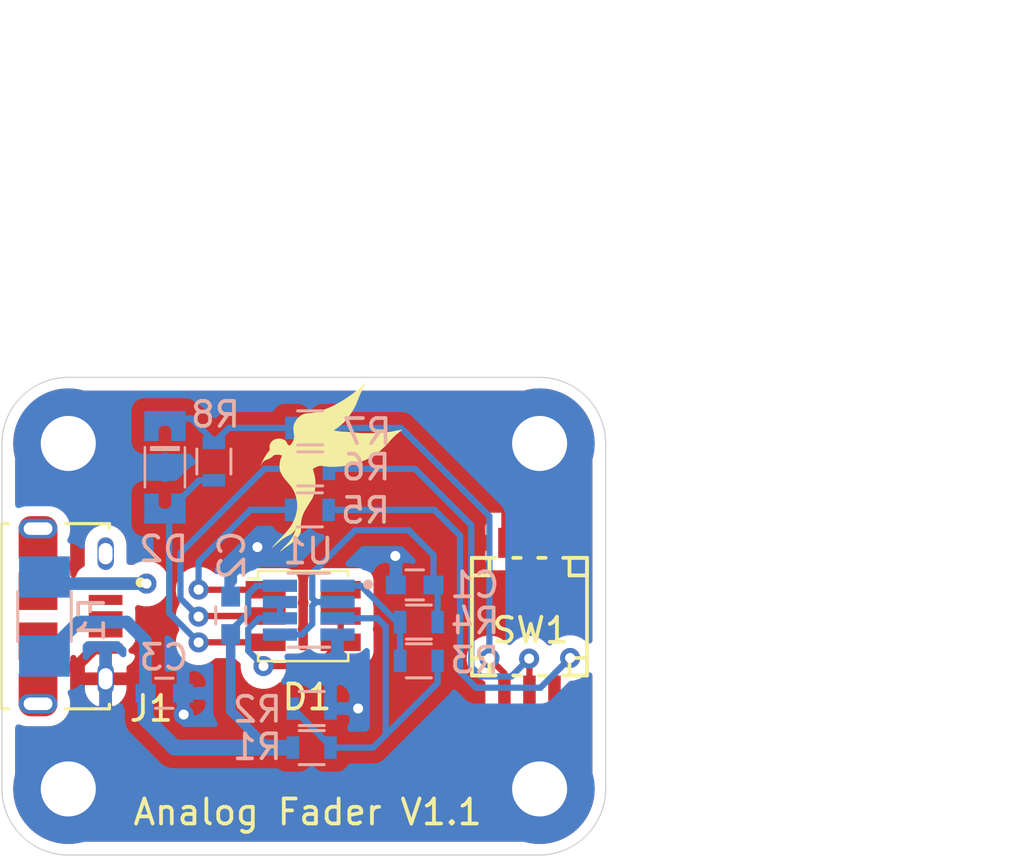
<source format=kicad_pcb>
(kicad_pcb (version 20171130) (host pcbnew "(5.1.9)-1")

  (general
    (thickness 1.6)
    (drawings 19)
    (tracks 141)
    (zones 0)
    (modules 22)
    (nets 18)
  )

  (page A4)
  (layers
    (0 F.Cu signal hide)
    (31 B.Cu signal hide)
    (32 B.Adhes user)
    (33 F.Adhes user)
    (34 B.Paste user)
    (35 F.Paste user)
    (36 B.SilkS user)
    (37 F.SilkS user hide)
    (38 B.Mask user)
    (39 F.Mask user)
    (40 Dwgs.User user)
    (41 Cmts.User user)
    (42 Eco1.User user)
    (43 Eco2.User user)
    (44 Edge.Cuts user)
    (45 Margin user)
    (46 B.CrtYd user)
    (47 F.CrtYd user)
    (48 B.Fab user hide)
    (49 F.Fab user hide)
  )

  (setup
    (last_trace_width 0.25)
    (user_trace_width 0.381)
    (user_trace_width 0.635)
    (trace_clearance 0.2)
    (zone_clearance 0.508)
    (zone_45_only no)
    (trace_min 0.2)
    (via_size 0.8)
    (via_drill 0.4)
    (via_min_size 0.4)
    (via_min_drill 0.3)
    (uvia_size 0.3)
    (uvia_drill 0.1)
    (uvias_allowed no)
    (uvia_min_size 0.2)
    (uvia_min_drill 0.1)
    (edge_width 0.05)
    (segment_width 0.2)
    (pcb_text_width 0.3)
    (pcb_text_size 1.5 1.5)
    (mod_edge_width 0.12)
    (mod_text_size 1 1)
    (mod_text_width 0.15)
    (pad_size 1.37 0.49)
    (pad_drill 0)
    (pad_to_mask_clearance 0)
    (aux_axis_origin 0 0)
    (visible_elements 7FFFFFFF)
    (pcbplotparams
      (layerselection 0x010f0_ffffffff)
      (usegerberextensions false)
      (usegerberattributes false)
      (usegerberadvancedattributes false)
      (creategerberjobfile false)
      (excludeedgelayer true)
      (linewidth 0.100000)
      (plotframeref false)
      (viasonmask false)
      (mode 1)
      (useauxorigin false)
      (hpglpennumber 1)
      (hpglpenspeed 20)
      (hpglpendiameter 15.000000)
      (psnegative false)
      (psa4output false)
      (plotreference true)
      (plotvalue false)
      (plotinvisibletext false)
      (padsonsilk true)
      (subtractmaskfromsilk false)
      (outputformat 1)
      (mirror false)
      (drillshape 0)
      (scaleselection 1)
      (outputdirectory "gerber/"))
  )

  (net 0 "")
  (net 1 "Net-(C1-Pad2)")
  (net 2 GND)
  (net 3 VCC)
  (net 4 "Net-(D1-Pad1)")
  (net 5 "Net-(D1-Pad2)")
  (net 6 "Net-(D1-Pad4)")
  (net 7 "Net-(F1-Pad1)")
  (net 8 "Net-(J1-Pad2)")
  (net 9 "Net-(J1-Pad3)")
  (net 10 "Net-(J1-Pad4)")
  (net 11 "Net-(R1-Pad2)")
  (net 12 "Net-(R3-Pad1)")
  (net 13 "Net-(R5-Pad1)")
  (net 14 "Net-(R6-Pad1)")
  (net 15 "Net-(D2-Pad1)")
  (net 16 "Net-(R7-Pad1)")
  (net 17 "Net-(D1-Pad3)")

  (net_class Default "This is the default net class."
    (clearance 0.2)
    (trace_width 0.25)
    (via_dia 0.8)
    (via_drill 0.4)
    (uvia_dia 0.3)
    (uvia_drill 0.1)
    (add_net GND)
    (add_net "Net-(C1-Pad2)")
    (add_net "Net-(D1-Pad1)")
    (add_net "Net-(D1-Pad2)")
    (add_net "Net-(D1-Pad3)")
    (add_net "Net-(D1-Pad4)")
    (add_net "Net-(D2-Pad1)")
    (add_net "Net-(F1-Pad1)")
    (add_net "Net-(J1-Pad2)")
    (add_net "Net-(J1-Pad3)")
    (add_net "Net-(J1-Pad4)")
    (add_net "Net-(R1-Pad2)")
    (add_net "Net-(R3-Pad1)")
    (add_net "Net-(R5-Pad1)")
    (add_net "Net-(R6-Pad1)")
    (add_net "Net-(R7-Pad1)")
    (add_net VCC)
  )

  (module logo:Tern_logo (layer F.Cu) (tedit 0) (tstamp 60054B32)
    (at 123.4313 42.9387)
    (fp_text reference G*** (at 0 -5.8801) (layer F.SilkS) hide
      (effects (font (size 1.524 1.524) (thickness 0.3)))
    )
    (fp_text value LOGO (at -0.127 -8.0137) (layer F.SilkS) hide
      (effects (font (size 1.524 1.524) (thickness 0.3)))
    )
    (fp_poly (pts (xy 1.348154 -3.35404) (xy 1.348154 -3.354028) (xy 1.347335 -3.352079) (xy 1.34501 -3.347029)
      (xy 1.341376 -3.339293) (xy 1.336629 -3.329286) (xy 1.330966 -3.317425) (xy 1.324585 -3.304124)
      (xy 1.319603 -3.293781) (xy 1.274481 -3.198949) (xy 1.228968 -3.100754) (xy 1.18329 -2.999692)
      (xy 1.13767 -2.896261) (xy 1.092332 -2.790955) (xy 1.087815 -2.780323) (xy 1.076769 -2.754213)
      (xy 1.067015 -2.730959) (xy 1.058267 -2.709843) (xy 1.050237 -2.690144) (xy 1.04264 -2.671145)
      (xy 1.03519 -2.652127) (xy 1.0276 -2.63237) (xy 1.019583 -2.611156) (xy 1.010854 -2.587766)
      (xy 1.007269 -2.5781) (xy 0.997622 -2.552899) (xy 0.98738 -2.527874) (xy 0.976309 -2.502539)
      (xy 0.964178 -2.476404) (xy 0.950753 -2.448984) (xy 0.935803 -2.419789) (xy 0.919095 -2.388333)
      (xy 0.901078 -2.355361) (xy 0.853122 -2.272471) (xy 0.801584 -2.190771) (xy 0.746687 -2.110573)
      (xy 0.688657 -2.03219) (xy 0.627719 -1.955935) (xy 0.564097 -1.88212) (xy 0.546251 -1.862389)
      (xy 0.536534 -1.851608) (xy 0.529164 -1.843034) (xy 0.523722 -1.836118) (xy 0.519788 -1.830307)
      (xy 0.516943 -1.82505) (xy 0.515731 -1.822297) (xy 0.507351 -1.805629) (xy 0.496783 -1.791678)
      (xy 0.483522 -1.77991) (xy 0.46706 -1.769789) (xy 0.465016 -1.768746) (xy 0.459852 -1.765948)
      (xy 0.454621 -1.762604) (xy 0.448865 -1.758338) (xy 0.442122 -1.752772) (xy 0.433936 -1.74553)
      (xy 0.423845 -1.736234) (xy 0.41308 -1.726106) (xy 0.402006 -1.715775) (xy 0.390836 -1.705626)
      (xy 0.380191 -1.696202) (xy 0.370688 -1.688046) (xy 0.362946 -1.6817) (xy 0.358981 -1.678678)
      (xy 0.35153 -1.672889) (xy 0.342346 -1.665131) (xy 0.332399 -1.656257) (xy 0.322661 -1.647122)
      (xy 0.318764 -1.64331) (xy 0.309698 -1.634583) (xy 0.300284 -1.625992) (xy 0.291399 -1.618303)
      (xy 0.283917 -1.612287) (xy 0.281032 -1.610185) (xy 0.274226 -1.605405) (xy 0.265283 -1.599008)
      (xy 0.255199 -1.591714) (xy 0.24497 -1.584241) (xy 0.2413 -1.581539) (xy 0.215851 -1.563101)
      (xy 0.19115 -1.545881) (xy 0.16805 -1.530468) (xy 0.157965 -1.524) (xy 0.13864 -1.511516)
      (xy 0.121885 -1.500123) (xy 0.107967 -1.490012) (xy 0.097155 -1.481374) (xy 0.093439 -1.478078)
      (xy 0.082342 -1.467804) (xy 0.089529 -1.466598) (xy 0.098538 -1.46514) (xy 0.110812 -1.46323)
      (xy 0.125746 -1.460959) (xy 0.142736 -1.458413) (xy 0.161177 -1.455682) (xy 0.180462 -1.452854)
      (xy 0.199988 -1.450017) (xy 0.21915 -1.44726) (xy 0.237341 -1.444671) (xy 0.253959 -1.442339)
      (xy 0.268396 -1.440352) (xy 0.277447 -1.439138) (xy 0.313753 -1.43448) (xy 0.347047 -1.430504)
      (xy 0.378148 -1.427142) (xy 0.407879 -1.424329) (xy 0.437061 -1.421996) (xy 0.466515 -1.420077)
      (xy 0.497064 -1.418504) (xy 0.529528 -1.417211) (xy 0.55587 -1.416377) (xy 0.577023 -1.415726)
      (xy 0.594976 -1.415066) (xy 0.610432 -1.414348) (xy 0.624099 -1.413526) (xy 0.636681 -1.412553)
      (xy 0.648885 -1.411381) (xy 0.661417 -1.409963) (xy 0.672123 -1.408625) (xy 0.765791 -1.397106)
      (xy 0.856643 -1.387119) (xy 0.945439 -1.378617) (xy 1.032935 -1.371549) (xy 1.119891 -1.365866)
      (xy 1.207063 -1.36152) (xy 1.295211 -1.35846) (xy 1.385092 -1.356638) (xy 1.477464 -1.356005)
      (xy 1.48297 -1.356004) (xy 1.551464 -1.356293) (xy 1.616921 -1.357167) (xy 1.680176 -1.358658)
      (xy 1.742059 -1.360798) (xy 1.803404 -1.36362) (xy 1.865043 -1.367158) (xy 1.927809 -1.371443)
      (xy 1.9812 -1.375578) (xy 2.022093 -1.379071) (xy 2.064035 -1.382975) (xy 2.106683 -1.387243)
      (xy 2.149691 -1.39183) (xy 2.192715 -1.396689) (xy 2.235408 -1.401776) (xy 2.277427 -1.407043)
      (xy 2.318425 -1.412446) (xy 2.358059 -1.417937) (xy 2.395982 -1.423473) (xy 2.43185 -1.429006)
      (xy 2.465318 -1.43449) (xy 2.496041 -1.439881) (xy 2.523674 -1.445131) (xy 2.547871 -1.450195)
      (xy 2.555385 -1.451897) (xy 2.588942 -1.459422) (xy 2.623286 -1.466655) (xy 2.657315 -1.473379)
      (xy 2.689926 -1.479378) (xy 2.720018 -1.484435) (xy 2.722685 -1.484855) (xy 2.73669 -1.487093)
      (xy 2.751334 -1.489513) (xy 2.765445 -1.491915) (xy 2.777855 -1.494101) (xy 2.786185 -1.495639)
      (xy 2.798704 -1.497788) (xy 2.808606 -1.49898) (xy 2.815417 -1.499162) (xy 2.81715 -1.498945)
      (xy 2.823692 -1.497584) (xy 2.814219 -1.490881) (xy 2.803314 -1.483022) (xy 2.789982 -1.473181)
      (xy 2.774837 -1.461828) (xy 2.758497 -1.449433) (xy 2.741576 -1.436465) (xy 2.724691 -1.423395)
      (xy 2.708457 -1.410692) (xy 2.69349 -1.398825) (xy 2.6924 -1.397953) (xy 2.614685 -1.333509)
      (xy 2.539303 -1.266415) (xy 2.466029 -1.196449) (xy 2.394633 -1.123388) (xy 2.324889 -1.047009)
      (xy 2.276211 -0.9906) (xy 2.256491 -0.967721) (xy 2.234343 -0.942921) (xy 2.210335 -0.916791)
      (xy 2.185033 -0.889922) (xy 2.159003 -0.862902) (xy 2.132813 -0.836324) (xy 2.107029 -0.810777)
      (xy 2.082218 -0.786852) (xy 2.066193 -0.771811) (xy 1.99136 -0.704628) (xy 1.915863 -0.641167)
      (xy 1.839729 -0.581446) (xy 1.762983 -0.52548) (xy 1.685655 -0.473288) (xy 1.60777 -0.424887)
      (xy 1.529356 -0.380293) (xy 1.45044 -0.339524) (xy 1.371049 -0.302597) (xy 1.29121 -0.269529)
      (xy 1.2416 -0.251009) (xy 1.202209 -0.237403) (xy 1.160794 -0.223999) (xy 1.118506 -0.21114)
      (xy 1.076502 -0.199168) (xy 1.035933 -0.188425) (xy 1.007208 -0.181397) (xy 0.995547 -0.17849)
      (xy 0.981215 -0.174654) (xy 0.965252 -0.170183) (xy 0.948698 -0.165372) (xy 0.932593 -0.160513)
      (xy 0.925147 -0.158194) (xy 0.835989 -0.13148) (xy 0.747871 -0.107932) (xy 0.6602 -0.087442)
      (xy 0.572383 -0.069901) (xy 0.483829 -0.055199) (xy 0.393945 -0.04323) (xy 0.302138 -0.033882)
      (xy 0.21297 -0.027354) (xy 0.195232 -0.026459) (xy 0.174282 -0.025687) (xy 0.150814 -0.025044)
      (xy 0.125522 -0.024536) (xy 0.099099 -0.024169) (xy 0.07224 -0.023949) (xy 0.045639 -0.023881)
      (xy 0.019988 -0.023972) (xy -0.004017 -0.024226) (xy -0.025683 -0.024651) (xy -0.042984 -0.025199)
      (xy -0.131124 -0.029825) (xy -0.216776 -0.036689) (xy -0.300706 -0.045866) (xy -0.383679 -0.057429)
      (xy -0.396546 -0.059447) (xy -0.436684 -0.065834) (xy -0.459529 -0.061381) (xy -0.503469 -0.051272)
      (xy -0.547315 -0.03819) (xy -0.590464 -0.022397) (xy -0.63231 -0.004152) (xy -0.672248 0.016285)
      (xy -0.709671 0.038651) (xy -0.738764 0.058772) (xy -0.752332 0.06883) (xy -0.748234 0.074958)
      (xy -0.74004 0.090104) (xy -0.734177 0.107025) (xy -0.731096 0.12425) (xy -0.730738 0.131881)
      (xy -0.730359 0.138371) (xy -0.729082 0.145579) (xy -0.726695 0.154383) (xy -0.722989 0.165656)
      (xy -0.72179 0.169082) (xy -0.702413 0.228734) (xy -0.685479 0.290873) (xy -0.671098 0.354851)
      (xy -0.659378 0.420019) (xy -0.650431 0.48573) (xy -0.644365 0.551336) (xy -0.64129 0.616189)
      (xy -0.640909 0.646723) (xy -0.642669 0.717461) (xy -0.647995 0.789031) (xy -0.656792 0.860898)
      (xy -0.668966 0.932523) (xy -0.684422 1.003368) (xy -0.703068 1.072897) (xy -0.724808 1.140571)
      (xy -0.729839 1.154723) (xy -0.734424 1.167365) (xy -0.73854 1.17854) (xy -0.742372 1.188596)
      (xy -0.746106 1.19788) (xy -0.749927 1.206741) (xy -0.754019 1.215524) (xy -0.758567 1.224577)
      (xy -0.763757 1.234248) (xy -0.769773 1.244884) (xy -0.776801 1.256832) (xy -0.785025 1.270439)
      (xy -0.79463 1.286052) (xy -0.805802 1.30402) (xy -0.818725 1.324689) (xy -0.829754 1.342293)
      (xy -0.855943 1.384115) (xy -0.88014 1.422825) (xy -0.902454 1.458605) (xy -0.922993 1.491637)
      (xy -0.941865 1.522104) (xy -0.95918 1.550189) (xy -0.975045 1.576073) (xy -0.989569 1.599941)
      (xy -1.002861 1.621973) (xy -1.01503 1.642353) (xy -1.026183 1.661263) (xy -1.036429 1.678885)
      (xy -1.045878 1.695403) (xy -1.054636 1.710999) (xy -1.062814 1.725854) (xy -1.070518 1.740153)
      (xy -1.077859 1.754077) (xy -1.084944 1.767809) (xy -1.091882 1.781531) (xy -1.096931 1.791677)
      (xy -1.107233 1.812722) (xy -1.116075 1.831325) (xy -1.123886 1.848468) (xy -1.131094 1.865129)
      (xy -1.138129 1.88229) (xy -1.145418 1.90093) (xy -1.150202 1.913525) (xy -1.169355 1.969173)
      (xy -1.185889 2.027231) (xy -1.199718 2.087132) (xy -1.210754 2.148307) (xy -1.218909 2.210188)
      (xy -1.224094 2.272208) (xy -1.226221 2.333798) (xy -1.225203 2.394391) (xy -1.225091 2.39688)
      (xy -1.224391 2.41215) (xy -1.223675 2.427871) (xy -1.222988 2.443058) (xy -1.222373 2.456725)
      (xy -1.221877 2.467889) (xy -1.221714 2.471609) (xy -1.221964 2.509924) (xy -1.226069 2.548088)
      (xy -1.234037 2.586116) (xy -1.245874 2.624022) (xy -1.261586 2.661821) (xy -1.281179 2.699529)
      (xy -1.30466 2.73716) (xy -1.332035 2.774729) (xy -1.36331 2.81225) (xy -1.368814 2.818403)
      (xy -1.411216 2.864192) (xy -1.452794 2.906679) (xy -1.494004 2.946254) (xy -1.535298 2.983307)
      (xy -1.577132 3.018228) (xy -1.61996 3.051408) (xy -1.664237 3.083237) (xy -1.710417 3.114105)
      (xy -1.721338 3.121099) (xy -1.736193 3.130603) (xy -1.749846 3.139498) (xy -1.762879 3.148188)
      (xy -1.775873 3.157077) (xy -1.789407 3.166571) (xy -1.804064 3.177073) (xy -1.820423 3.188988)
      (xy -1.839065 3.20272) (xy -1.847298 3.208817) (xy -1.867742 3.223983) (xy -1.885361 3.237073)
      (xy -1.900475 3.248329) (xy -1.913403 3.257994) (xy -1.924467 3.266311) (xy -1.933986 3.273522)
      (xy -1.942279 3.27987) (xy -1.949669 3.285597) (xy -1.956473 3.290945) (xy -1.963014 3.296159)
      (xy -1.96961 3.301479) (xy -1.970075 3.301856) (xy -1.984011 3.313145) (xy -1.995296 3.32225)
      (xy -2.004305 3.329463) (xy -2.011416 3.335071) (xy -2.017004 3.339364) (xy -2.021445 3.342631)
      (xy -2.025114 3.345162) (xy -2.028387 3.347246) (xy -2.031261 3.348953) (xy -2.038021 3.352718)
      (xy -2.04189 3.354431) (xy -2.043233 3.3542) (xy -2.042521 3.352312) (xy -2.040324 3.349236)
      (xy -2.035978 3.343698) (xy -2.029892 3.336191) (xy -2.022475 3.327205) (xy -2.014137 3.317234)
      (xy -2.005285 3.306769) (xy -1.996331 3.296303) (xy -1.987682 3.286326) (xy -1.986865 3.285393)
      (xy -1.977144 3.274578) (xy -1.9652 3.26176) (xy -1.951612 3.247521) (xy -1.936957 3.232443)
      (xy -1.921812 3.217109) (xy -1.906754 3.202103) (xy -1.892361 3.188005) (xy -1.87921 3.1754)
      (xy -1.867878 3.16487) (xy -1.863969 3.161355) (xy -1.850912 3.149335) (xy -1.835786 3.13467)
      (xy -1.818962 3.117765) (xy -1.80081 3.099027) (xy -1.781702 3.078862) (xy -1.762009 3.057677)
      (xy -1.742101 3.035878) (xy -1.72235 3.013872) (xy -1.703127 2.992064) (xy -1.684802 2.970862)
      (xy -1.667746 2.950671) (xy -1.652331 2.931899) (xy -1.638927 2.914951) (xy -1.638319 2.914162)
      (xy -1.604485 2.867466) (xy -1.572332 2.817557) (xy -1.542052 2.764836) (xy -1.51384 2.709704)
      (xy -1.487889 2.652561) (xy -1.464393 2.593809) (xy -1.443545 2.533848) (xy -1.42567 2.47357)
      (xy -1.422171 2.460439) (xy -1.418649 2.446829) (xy -1.415245 2.433321) (xy -1.4121 2.4205)
      (xy -1.409354 2.40895) (xy -1.407147 2.399254) (xy -1.40562 2.391997) (xy -1.404914 2.387761)
      (xy -1.404883 2.387175) (xy -1.40549 2.387894) (xy -1.407094 2.391698) (xy -1.409452 2.39797)
      (xy -1.412319 2.40609) (xy -1.412344 2.406162) (xy -1.428146 2.44694) (xy -1.446681 2.485191)
      (xy -1.468098 2.521113) (xy -1.492546 2.554903) (xy -1.520175 2.586757) (xy -1.551134 2.616874)
      (xy -1.585574 2.645451) (xy -1.604107 2.659197) (xy -1.62127 2.671059) (xy -1.639028 2.682455)
      (xy -1.658028 2.693759) (xy -1.678917 2.705347) (xy -1.702344 2.717594) (xy -1.722315 2.727607)
      (xy -1.786103 2.761032) (xy -1.84995 2.798314) (xy -1.913784 2.839406) (xy -1.977533 2.884257)
      (xy -2.041125 2.932821) (xy -2.10449 2.985049) (xy -2.107064 2.987252) (xy -2.121221 2.999353)
      (xy -2.136783 3.012594) (xy -2.152859 3.026222) (xy -2.16856 3.039484) (xy -2.182993 3.051625)
      (xy -2.194169 3.060974) (xy -2.20737 3.072018) (xy -2.219063 3.08191) (xy -2.229826 3.091164)
      (xy -2.240237 3.100292) (xy -2.250873 3.109811) (xy -2.26231 3.120233) (xy -2.275127 3.132072)
      (xy -2.2899 3.145844) (xy -2.298195 3.153609) (xy -2.309411 3.163999) (xy -2.320516 3.174061)
      (xy -2.331128 3.183472) (xy -2.340867 3.191908) (xy -2.349352 3.199044) (xy -2.356204 3.204557)
      (xy -2.36104 3.208122) (xy -2.363481 3.209414) (xy -2.363656 3.209365) (xy -2.362921 3.207443)
      (xy -2.359927 3.202855) (xy -2.354931 3.195924) (xy -2.348192 3.186972) (xy -2.339967 3.176321)
      (xy -2.330515 3.164294) (xy -2.320094 3.151213) (xy -2.308961 3.137402) (xy -2.297374 3.123182)
      (xy -2.285593 3.108877) (xy -2.273874 3.094808) (xy -2.262476 3.081298) (xy -2.251656 3.06867)
      (xy -2.244752 3.060741) (xy -2.228877 3.042926) (xy -2.210188 3.022457) (xy -2.18868 2.999331)
      (xy -2.164352 2.973544) (xy -2.137199 2.945094) (xy -2.10722 2.913977) (xy -2.07441 2.88019)
      (xy -2.038768 2.843731) (xy -2.000289 2.804595) (xy -1.961834 2.76567) (xy -1.950449 2.754163)
      (xy -1.939971 2.743543) (xy -1.930233 2.733617) (xy -1.921067 2.724194) (xy -1.912307 2.715079)
      (xy -1.903785 2.706082) (xy -1.895334 2.697009) (xy -1.886786 2.687669) (xy -1.877974 2.677868)
      (xy -1.868732 2.667415) (xy -1.858891 2.656117) (xy -1.848285 2.643782) (xy -1.836747 2.630217)
      (xy -1.824108 2.61523) (xy -1.810202 2.598629) (xy -1.794862 2.58022) (xy -1.77792 2.559813)
      (xy -1.759209 2.537213) (xy -1.738562 2.51223) (xy -1.715812 2.48467) (xy -1.690791 2.454342)
      (xy -1.683282 2.445239) (xy -1.666924 2.424322) (xy -1.649376 2.399803) (xy -1.63658 2.380599)
      (xy -1.404661 2.380599) (xy -1.404302 2.383133) (xy -1.403635 2.383163) (xy -1.403168 2.380548)
      (xy -1.40348 2.379419) (xy -1.404348 2.378679) (xy -1.404661 2.380599) (xy -1.63658 2.380599)
      (xy -1.631481 2.372947) (xy -1.402861 2.372947) (xy -1.401884 2.373923) (xy -1.400907 2.372947)
      (xy -1.401884 2.37197) (xy -1.402861 2.372947) (xy -1.631481 2.372947) (xy -1.630703 2.37178)
      (xy -1.610972 2.34035) (xy -1.601739 2.325077) (xy -1.561578 2.254817) (xy -1.525028 2.184437)
      (xy -1.492118 2.114019) (xy -1.462877 2.043647) (xy -1.437334 1.973404) (xy -1.415517 1.903373)
      (xy -1.397455 1.833637) (xy -1.383176 1.764279) (xy -1.372711 1.695383) (xy -1.36772 1.64807)
      (xy -1.367098 1.639371) (xy -1.36645 1.627646) (xy -1.365812 1.613778) (xy -1.365224 1.598648)
      (xy -1.364724 1.583138) (xy -1.364477 1.573823) (xy -1.364689 1.502558) (xy -1.3687 1.430865)
      (xy -1.376465 1.359012) (xy -1.387938 1.287266) (xy -1.403072 1.215893) (xy -1.421822 1.14516)
      (xy -1.444143 1.075334) (xy -1.456051 1.042377) (xy -1.463993 1.022673) (xy -1.473997 1.000278)
      (xy -1.485819 0.975656) (xy -1.499216 0.949269) (xy -1.513941 0.921581) (xy -1.529751 0.893056)
      (xy -1.546402 0.864155) (xy -1.563648 0.835343) (xy -1.575121 0.816788) (xy -1.585831 0.799882)
      (xy -1.595826 0.784565) (xy -1.605504 0.770309) (xy -1.615263 0.756586) (xy -1.625501 0.74287)
      (xy -1.636615 0.728633) (xy -1.649004 0.713347) (xy -1.663065 0.696485) (xy -1.679197 0.67752)
      (xy -1.687372 0.668002) (xy -1.69695 0.656879) (xy -1.70846 0.643514) (xy -1.721285 0.628624)
      (xy -1.734806 0.612926) (xy -1.748406 0.597138) (xy -1.761465 0.581979) (xy -1.76731 0.575194)
      (xy -1.790335 0.54834) (xy -1.810999 0.523953) (xy -1.829616 0.50165) (xy -1.846497 0.481049)
      (xy -1.861958 0.461767) (xy -1.876309 0.44342) (xy -1.889865 0.425627) (xy -1.893236 0.421127)
      (xy -1.922067 0.381456) (xy -1.94785 0.343675) (xy -1.970737 0.307434) (xy -1.990881 0.272383)
      (xy -2.008435 0.238172) (xy -2.023553 0.204451) (xy -2.036386 0.170871) (xy -2.04709 0.137081)
      (xy -2.055815 0.102731) (xy -2.062716 0.067473) (xy -2.067946 0.030954) (xy -2.069332 0.018562)
      (xy -2.070289 0.006402) (xy -2.070996 -0.008762) (xy -2.071452 -0.026034) (xy -2.071658 -0.044516)
      (xy -2.071612 -0.063313) (xy -2.071317 -0.08153) (xy -2.07077 -0.098269) (xy -2.069973 -0.112635)
      (xy -2.069332 -0.120161) (xy -2.061068 -0.181892) (xy -2.048926 -0.243215) (xy -2.03292 -0.304063)
      (xy -2.022057 -0.338555) (xy -2.017939 -0.350414) (xy -2.012743 -0.36465) (xy -2.006813 -0.380387)
      (xy -2.00049 -0.396749) (xy -1.994116 -0.412859) (xy -1.988035 -0.427841) (xy -1.982588 -0.44082)
      (xy -1.978424 -0.450254) (xy -1.975311 -0.457508) (xy -1.973113 -0.463545) (xy -1.972163 -0.467408)
      (xy -1.972206 -0.468125) (xy -1.974296 -0.469747) (xy -1.979267 -0.47234) (xy -1.986336 -0.475524)
      (xy -1.993276 -0.478358) (xy -2.029706 -0.490801) (xy -2.067297 -0.500206) (xy -2.105305 -0.506446)
      (xy -2.142985 -0.509392) (xy -2.173153 -0.509259) (xy -2.191367 -0.508095) (xy -2.209814 -0.506258)
      (xy -2.227838 -0.50386) (xy -2.244785 -0.501017) (xy -2.26 -0.497842) (xy -2.272829 -0.494448)
      (xy -2.282617 -0.490949) (xy -2.285023 -0.489814) (xy -2.291613 -0.486894) (xy -2.299602 -0.483975)
      (xy -2.303605 -0.482734) (xy -2.308698 -0.481039) (xy -2.313086 -0.4788) (xy -2.317587 -0.475404)
      (xy -2.323021 -0.470237) (xy -2.329856 -0.463061) (xy -2.351091 -0.441564) (xy -2.37368 -0.421039)
      (xy -2.396862 -0.402105) (xy -2.419877 -0.38538) (xy -2.441964 -0.371483) (xy -2.44365 -0.370522)
      (xy -2.452755 -0.365515) (xy -2.462182 -0.360643) (xy -2.472389 -0.355706) (xy -2.483833 -0.350503)
      (xy -2.496972 -0.344834) (xy -2.512265 -0.338497) (xy -2.530168 -0.331291) (xy -2.55114 -0.323016)
      (xy -2.558561 -0.320114) (xy -2.583146 -0.310368) (xy -2.604447 -0.301579) (xy -2.622908 -0.293537)
      (xy -2.638976 -0.286034) (xy -2.653095 -0.27886) (xy -2.665711 -0.271807) (xy -2.677269 -0.264666)
      (xy -2.678723 -0.263717) (xy -2.703292 -0.246203) (xy -2.725103 -0.227601) (xy -2.74474 -0.207279)
      (xy -2.762786 -0.184606) (xy -2.779824 -0.158949) (xy -2.787472 -0.145994) (xy -2.792095 -0.13798)
      (xy -2.795934 -0.131493) (xy -2.798632 -0.127124) (xy -2.799832 -0.125464) (xy -2.799861 -0.125496)
      (xy -2.799115 -0.127857) (xy -2.797032 -0.133248) (xy -2.793844 -0.14112) (xy -2.789782 -0.150924)
      (xy -2.785078 -0.162111) (xy -2.779965 -0.174133) (xy -2.774675 -0.186441) (xy -2.769439 -0.198486)
      (xy -2.764489 -0.209719) (xy -2.760649 -0.218286) (xy -2.727213 -0.288109) (xy -2.690447 -0.357381)
      (xy -2.650697 -0.425552) (xy -2.608308 -0.49207) (xy -2.563628 -0.556384) (xy -2.517 -0.617943)
      (xy -2.486673 -0.65519) (xy -2.467299 -0.678312) (xy -2.46538 -0.692673) (xy -2.464455 -0.703138)
      (xy -2.464911 -0.712525) (xy -2.466405 -0.721329) (xy -2.471644 -0.755851) (xy -2.473416 -0.791124)
      (xy -2.471772 -0.826519) (xy -2.46676 -0.861407) (xy -2.458431 -0.89516) (xy -2.450826 -0.91733)
      (xy -2.435901 -0.950679) (xy -2.41773 -0.981945) (xy -2.396485 -1.010943) (xy -2.372339 -1.037484)
      (xy -2.345463 -1.061382) (xy -2.316029 -1.082449) (xy -2.28421 -1.100499) (xy -2.281115 -1.102028)
      (xy -2.253573 -1.114232) (xy -2.226421 -1.123628) (xy -2.198651 -1.130473) (xy -2.169253 -1.135024)
      (xy -2.143451 -1.137213) (xy -2.130791 -1.137955) (xy -2.117465 -1.138746) (xy -2.104889 -1.139501)
      (xy -2.094478 -1.140136) (xy -2.092569 -1.140254) (xy -2.063143 -1.140481) (xy -2.032095 -1.137743)
      (xy -2.000149 -1.132198) (xy -1.96803 -1.124006) (xy -1.936462 -1.113327) (xy -1.906168 -1.10032)
      (xy -1.901977 -1.098276) (xy -1.876564 -1.084549) (xy -1.854853 -1.070356) (xy -1.836651 -1.055563)
      (xy -1.827164 -1.046161) (xy -1.818551 -1.036211) (xy -1.810787 -1.025623) (xy -1.803414 -1.013644)
      (xy -1.795976 -0.999523) (xy -1.788014 -0.982506) (xy -1.786714 -0.979585) (xy -1.777434 -0.95923)
      (xy -1.768938 -0.942122) (xy -1.760862 -0.927773) (xy -1.752839 -0.915695) (xy -1.744505 -0.905399)
      (xy -1.735493 -0.896398) (xy -1.725439 -0.888205) (xy -1.713977 -0.880331) (xy -1.710895 -0.878384)
      (xy -1.696915 -0.869676) (xy -1.682261 -0.871331) (xy -1.672479 -0.872902) (xy -1.661864 -0.875313)
      (xy -1.654174 -0.877573) (xy -1.648022 -0.879838) (xy -1.643201 -0.882226) (xy -1.638802 -0.885422)
      (xy -1.633917 -0.89011) (xy -1.627636 -0.896976) (xy -1.626045 -0.898769) (xy -1.597316 -0.933835)
      (xy -1.571771 -0.970409) (xy -1.549495 -1.008264) (xy -1.530575 -1.047172) (xy -1.515097 -1.086907)
      (xy -1.503145 -1.127242) (xy -1.494807 -1.16795) (xy -1.490168 -1.208804) (xy -1.489313 -1.249578)
      (xy -1.489677 -1.259253) (xy -1.490401 -1.272677) (xy -1.491244 -1.285311) (xy -1.492276 -1.297797)
      (xy -1.493567 -1.310775) (xy -1.495186 -1.324888) (xy -1.497205 -1.340776) (xy -1.499692 -1.359081)
      (xy -1.502719 -1.380444) (xy -1.503556 -1.386253) (xy -1.507141 -1.411481) (xy -1.510114 -1.433402)
      (xy -1.512526 -1.452561) (xy -1.514429 -1.469503) (xy -1.515873 -1.484772) (xy -1.516911 -1.498914)
      (xy -1.517594 -1.512472) (xy -1.517973 -1.52599) (xy -1.518099 -1.540015) (xy -1.5181 -1.540196)
      (xy -1.517919 -1.560753) (xy -1.517254 -1.578621) (xy -1.515989 -1.595001) (xy -1.514011 -1.611096)
      (xy -1.511206 -1.628105) (xy -1.508287 -1.643184) (xy -1.497334 -1.688151) (xy -1.482955 -1.732499)
      (xy -1.465349 -1.77596) (xy -1.444718 -1.818266) (xy -1.421264 -1.859149) (xy -1.395187 -1.89834)
      (xy -1.366689 -1.935571) (xy -1.33597 -1.970574) (xy -1.303232 -2.003082) (xy -1.268676 -2.032825)
      (xy -1.232503 -2.059535) (xy -1.194914 -2.082945) (xy -1.167739 -2.097288) (xy -1.146391 -2.107336)
      (xy -1.126903 -2.115589) (xy -1.107965 -2.122539) (xy -1.08827 -2.128679) (xy -1.073949 -2.132597)
      (xy -1.060758 -2.135918) (xy -1.047819 -2.138888) (xy -1.034726 -2.141561) (xy -1.021073 -2.143988)
      (xy -1.006452 -2.146222) (xy -0.99046 -2.148315) (xy -0.972688 -2.150319) (xy -0.952731 -2.152286)
      (xy -0.930184 -2.154269) (xy -0.904639 -2.15632) (xy -0.87569 -2.158491) (xy -0.868484 -2.159014)
      (xy -0.839971 -2.161108) (xy -0.814891 -2.163045) (xy -0.792776 -2.164895) (xy -0.773157 -2.16673)
      (xy -0.755568 -2.168619) (xy -0.739539 -2.170633) (xy -0.724603 -2.172843) (xy -0.710292 -2.175318)
      (xy -0.696137 -2.178131) (xy -0.681671 -2.18135) (xy -0.666426 -2.185047) (xy -0.649933 -2.189292)
      (xy -0.631724 -2.194156) (xy -0.627363 -2.195337) (xy -0.603472 -2.202024) (xy -0.576391 -2.209964)
      (xy -0.54658 -2.219009) (xy -0.514496 -2.229007) (xy -0.480596 -2.239809) (xy -0.445338 -2.251265)
      (xy -0.409182 -2.263224) (xy -0.372583 -2.275536) (xy -0.336 -2.288052) (xy -0.299892 -2.300621)
      (xy -0.264715 -2.313094) (xy -0.23153 -2.325099) (xy -0.146821 -2.357641) (xy -0.060838 -2.393752)
      (xy 0.026295 -2.433352) (xy 0.114452 -2.476359) (xy 0.203508 -2.522693) (xy 0.293338 -2.572275)
      (xy 0.383819 -2.625024) (xy 0.474824 -2.68086) (xy 0.566228 -2.739701) (xy 0.657908 -2.801469)
      (xy 0.749739 -2.866083) (xy 0.841594 -2.933461) (xy 0.93335 -3.003525) (xy 1.024882 -3.076194)
      (xy 1.116064 -3.151387) (xy 1.206772 -3.229025) (xy 1.293325 -3.305813) (xy 1.307388 -3.318506)
      (xy 1.318823 -3.328815) (xy 1.327901 -3.336979) (xy 1.334892 -3.343236) (xy 1.340066 -3.347823)
      (xy 1.343694 -3.350979) (xy 1.346046 -3.35294) (xy 1.347393 -3.353946) (xy 1.348006 -3.354233)
      (xy 1.348154 -3.35404)) (layer F.SilkS) (width 0.01))
    (fp_poly (pts (xy -2.801035 -0.119505) (xy -2.802343 -0.115278) (xy -2.803989 -0.11088) (xy -2.80683 -0.103525)
      (xy -2.810182 -0.094567) (xy -2.812959 -0.086946) (xy -2.815588 -0.080019) (xy -2.81796 -0.074489)
      (xy -2.819602 -0.071449) (xy -2.819716 -0.071315) (xy -2.819932 -0.072132) (xy -2.818988 -0.075928)
      (xy -2.817074 -0.082015) (xy -2.815613 -0.086269) (xy -2.811344 -0.098036) (xy -2.807535 -0.107864)
      (xy -2.804381 -0.115291) (xy -2.802077 -0.119855) (xy -2.800936 -0.121138) (xy -2.801035 -0.119505)) (layer F.SilkS) (width 0.01))
  )

  (module Mounting_Holes:MountingHole_2.2mm_M2_Pad (layer F.Cu) (tedit 6004A56E) (tstamp 6004AA5B)
    (at 112.9157 55.7911)
    (descr "Mounting Hole 2.2mm, M2")
    (tags "mounting hole 2.2mm m2")
    (attr virtual)
    (fp_text reference REF** (at -0.0254 5.9944) (layer F.SilkS) hide
      (effects (font (size 1 1) (thickness 0.15)))
    )
    (fp_text value MountingHole_2.2mm_M2_Pad (at 0 3.2) (layer F.Fab)
      (effects (font (size 1 1) (thickness 0.15)))
    )
    (fp_circle (center 0 0) (end 2.2 0) (layer Cmts.User) (width 0.15))
    (fp_circle (center 0 0) (end 2.45 0) (layer F.CrtYd) (width 0.05))
    (fp_text user %R (at 0.3 0) (layer F.Fab)
      (effects (font (size 1 1) (thickness 0.15)))
    )
    (pad 1 thru_hole circle (at 0 0) (size 4.399999 4.399999) (drill 2.2) (layers *.Cu *.Mask)
      (net 2 GND) (zone_connect 2))
  )

  (module Mounting_Holes:MountingHole_2.2mm_M2_Pad (layer F.Cu) (tedit 6004A565) (tstamp 6004A909)
    (at 131.7498 55.7911)
    (descr "Mounting Hole 2.2mm, M2")
    (tags "mounting hole 2.2mm m2")
    (attr virtual)
    (fp_text reference REF** (at 0 6.5659) (layer F.SilkS) hide
      (effects (font (size 1 1) (thickness 0.15)))
    )
    (fp_text value MountingHole_2.2mm_M2_Pad (at 0 3.2) (layer F.Fab)
      (effects (font (size 1 1) (thickness 0.15)))
    )
    (fp_circle (center 0 0) (end 2.45 0) (layer F.CrtYd) (width 0.05))
    (fp_circle (center 0 0) (end 2.2 0) (layer Cmts.User) (width 0.15))
    (fp_text user %R (at 0.3 0) (layer F.Fab)
      (effects (font (size 1 1) (thickness 0.15)))
    )
    (pad 1 thru_hole circle (at 0 0) (size 4.399999 4.399999) (drill 2.2) (layers *.Cu *.Mask)
      (net 2 GND) (zone_connect 2))
  )

  (module Mounting_Holes:MountingHole_2.2mm_M2_Pad (layer F.Cu) (tedit 6004A555) (tstamp 6004A8A5)
    (at 131.7498 41.9862)
    (descr "Mounting Hole 2.2mm, M2")
    (tags "mounting hole 2.2mm m2")
    (attr virtual)
    (fp_text reference REF** (at -0.0762 -5.7277) (layer F.SilkS) hide
      (effects (font (size 1 1) (thickness 0.15)))
    )
    (fp_text value MountingHole_2.2mm_M2_Pad (at 0 3.2) (layer F.Fab)
      (effects (font (size 1 1) (thickness 0.15)))
    )
    (fp_circle (center 0 0) (end 2.2 0) (layer Cmts.User) (width 0.15))
    (fp_circle (center 0 0) (end 2.45 0) (layer F.CrtYd) (width 0.05))
    (fp_text user %R (at 0.3 0) (layer F.Fab)
      (effects (font (size 1 1) (thickness 0.15)))
    )
    (pad 1 thru_hole circle (at 0 0) (size 4.399999 4.399999) (drill 2.2) (layers *.Cu *.Mask)
      (net 2 GND) (zone_connect 2))
  )

  (module Mounting_Holes:MountingHole_2.2mm_M2_Pad (layer F.Cu) (tedit 6004A53C) (tstamp 6004A84C)
    (at 112.9157 41.9862)
    (descr "Mounting Hole 2.2mm, M2")
    (tags "mounting hole 2.2mm m2")
    (attr virtual)
    (fp_text reference REF** (at -0.0127 -6.096) (layer F.SilkS) hide
      (effects (font (size 1 1) (thickness 0.15)))
    )
    (fp_text value MountingHole_2.2mm_M2_Pad (at 0 3.2) (layer F.Fab)
      (effects (font (size 1 1) (thickness 0.15)))
    )
    (fp_circle (center 0 0) (end 2.45 0) (layer F.CrtYd) (width 0.05))
    (fp_circle (center 0 0) (end 2.2 0) (layer Cmts.User) (width 0.15))
    (fp_text user %R (at 0.3 0) (layer F.Fab)
      (effects (font (size 1 1) (thickness 0.15)))
    )
    (pad 1 thru_hole circle (at 0 0) (size 4.399999 4.399999) (drill 2.2) (layers *.Cu *.Mask)
      (net 2 GND) (zone_connect 2))
  )

  (module digikey-footprints:SOD-80 (layer B.Cu) (tedit 6011B417) (tstamp 60041E49)
    (at 116.7765 42.9387 270)
    (path /600184F7)
    (attr smd)
    (fp_text reference D2 (at 3.2639 0.0508 180) (layer B.SilkS)
      (effects (font (size 1 1) (thickness 0.15)) (justify mirror))
    )
    (fp_text value D (at 0 -1.93 90) (layer B.Fab)
      (effects (font (size 1 1) (thickness 0.15)) (justify mirror))
    )
    (fp_line (start -0.8 0.55) (end -0.8 -0.55) (layer B.SilkS) (width 0.1))
    (fp_line (start -0.8 -0.55) (end -0.7 -0.55) (layer B.SilkS) (width 0.1))
    (fp_line (start -0.7 -0.55) (end -0.7 0.55) (layer B.SilkS) (width 0.1))
    (fp_line (start -0.7 0.55) (end -0.8 0.55) (layer B.SilkS) (width 0.1))
    (fp_line (start -2.5 -1.08) (end 2.5 -1.08) (layer B.CrtYd) (width 0.05))
    (fp_line (start -2.5 1.08) (end 2.5 1.08) (layer B.CrtYd) (width 0.05))
    (fp_line (start 2.5 1.08) (end 2.5 -1.08) (layer B.CrtYd) (width 0.05))
    (fp_line (start -2.5 1.08) (end -2.5 -1.08) (layer B.CrtYd) (width 0.05))
    (fp_line (start -0.8 -0.8) (end 0.8 -0.8) (layer B.SilkS) (width 0.1))
    (fp_line (start 0 0.8) (end 0.8 0.8) (layer B.SilkS) (width 0.1))
    (fp_line (start 0 0.8) (end -0.8 0.8) (layer B.SilkS) (width 0.1))
    (fp_line (start 1.73 0.65) (end 1.73 -0.65) (layer B.Fab) (width 0.1))
    (fp_line (start -1.73 0.65) (end -1.73 -0.65) (layer B.Fab) (width 0.1))
    (fp_line (start -1.725 -0.65) (end 1.725 -0.65) (layer B.Fab) (width 0.1))
    (fp_line (start -1.725 0.65) (end 1.725 0.65) (layer B.Fab) (width 0.1))
    (fp_text user %R (at 0 0 90) (layer B.Fab)
      (effects (font (size 0.5 0.5) (thickness 0.05)) (justify mirror))
    )
    (pad A smd rect (at 1.35 -0.5375 270) (size 0.6 0.575) (layers B.Cu B.Paste B.Mask)
      (net 17 "Net-(D1-Pad3)"))
    (pad A smd rect (at 1.35 0.5375 270) (size 0.6 0.575) (layers B.Cu B.Paste B.Mask)
      (net 17 "Net-(D1-Pad3)"))
    (pad K smd rect (at -1.35 -0.5375 270) (size 0.6 0.575) (layers B.Cu B.Paste B.Mask)
      (net 15 "Net-(D2-Pad1)"))
    (pad K smd rect (at -1.95 0 270) (size 0.6 1.65) (layers B.Cu B.Paste B.Mask)
      (net 15 "Net-(D2-Pad1)"))
    (pad A smd rect (at 1.95 0 270) (size 0.6 1.65) (layers B.Cu B.Paste B.Mask)
      (net 17 "Net-(D1-Pad3)"))
    (pad K smd rect (at -1.35 0.5375 270) (size 0.6 0.575) (layers B.Cu B.Paste B.Mask)
      (net 15 "Net-(D2-Pad1)"))
    (model ${KIPRJMOD}/footprints/LL4148--3DModel-STEP-56544.STEP
      (offset (xyz 0 -0.75 0.7))
      (scale (xyz 1 1 1))
      (rotate (xyz 0 0 0))
    )
  )

  (module 10118194-0001LF:AMPHENOL_10118194-0001LF (layer F.Cu) (tedit 6011B374) (tstamp 60041E8B)
    (at 111.7069 48.8899 270)
    (path /60006397)
    (fp_text reference J1 (at 3.6881 -4.5235 180) (layer F.SilkS)
      (effects (font (size 1.000953 1.000953) (thickness 0.15)))
    )
    (fp_text value USB_B_Micro (at 10.77767 4.08473 90) (layer F.Fab)
      (effects (font (size 1.000362 1.000362) (thickness 0.015)))
    )
    (fp_line (start -3.5 -0.77) (end -3.5 -0.6) (layer F.Paste) (width 0.0001))
    (fp_poly (pts (xy -3.5 -0.775) (xy -3.5 -0.575) (xy -3.486916 -0.574657) (xy -3.473868 -0.57363)
      (xy -3.460891 -0.571922) (xy -3.448022 -0.569537) (xy -3.435295 -0.566481) (xy -3.422746 -0.562764)
      (xy -3.410408 -0.558395) (xy -3.398316 -0.553386) (xy -3.386502 -0.547752) (xy -3.375 -0.541506)
      (xy -3.36384 -0.534668) (xy -3.353054 -0.527254) (xy -3.34267 -0.519286) (xy -3.332717 -0.510786)
      (xy -3.323223 -0.501777) (xy -3.314214 -0.492283) (xy -3.305714 -0.48233) (xy -3.297746 -0.471946)
      (xy -3.290332 -0.46116) (xy -3.283494 -0.45) (xy -3.277248 -0.438498) (xy -3.271614 -0.426684)
      (xy -3.266605 -0.414592) (xy -3.262236 -0.402254) (xy -3.258519 -0.389705) (xy -3.255463 -0.376978)
      (xy -3.253078 -0.364109) (xy -3.25137 -0.351132) (xy -3.250343 -0.338084) (xy -3.25 -0.325)
      (xy -3.25 0.325) (xy -3.250343 0.338084) (xy -3.25137 0.351132) (xy -3.253078 0.364109)
      (xy -3.255463 0.376978) (xy -3.258519 0.389705) (xy -3.262236 0.402254) (xy -3.266605 0.414592)
      (xy -3.271614 0.426684) (xy -3.277248 0.438498) (xy -3.283494 0.45) (xy -3.290332 0.46116)
      (xy -3.297746 0.471946) (xy -3.305714 0.48233) (xy -3.314214 0.492283) (xy -3.323223 0.501777)
      (xy -3.332717 0.510786) (xy -3.34267 0.519286) (xy -3.353054 0.527254) (xy -3.36384 0.534668)
      (xy -3.375 0.541506) (xy -3.386502 0.547752) (xy -3.398316 0.553386) (xy -3.410408 0.558395)
      (xy -3.422746 0.562764) (xy -3.435295 0.566481) (xy -3.448022 0.569537) (xy -3.460891 0.571922)
      (xy -3.473868 0.57363) (xy -3.486916 0.574657) (xy -3.5 0.575) (xy -3.5 0.775)
      (xy -2.3 0.775) (xy -2.3 -0.775) (xy -3.5 -0.775)) (layer F.Paste) (width 0.0001))
    (fp_poly (pts (xy -3.5 -0.775) (xy -3.5 -0.575) (xy -3.513084 -0.574657) (xy -3.526132 -0.57363)
      (xy -3.539109 -0.571922) (xy -3.551978 -0.569537) (xy -3.564705 -0.566481) (xy -3.577254 -0.562764)
      (xy -3.589592 -0.558395) (xy -3.601684 -0.553386) (xy -3.613498 -0.547752) (xy -3.625 -0.541506)
      (xy -3.63616 -0.534668) (xy -3.646946 -0.527254) (xy -3.65733 -0.519286) (xy -3.667283 -0.510786)
      (xy -3.676777 -0.501777) (xy -3.685786 -0.492283) (xy -3.694286 -0.48233) (xy -3.702254 -0.471946)
      (xy -3.709668 -0.46116) (xy -3.716506 -0.45) (xy -3.722752 -0.438498) (xy -3.728386 -0.426684)
      (xy -3.733395 -0.414592) (xy -3.737764 -0.402254) (xy -3.741481 -0.389705) (xy -3.744537 -0.376978)
      (xy -3.746922 -0.364109) (xy -3.74863 -0.351132) (xy -3.749657 -0.338084) (xy -3.75 -0.325)
      (xy -3.75 0.325) (xy -3.749657 0.338084) (xy -3.74863 0.351132) (xy -3.746922 0.364109)
      (xy -3.744537 0.376978) (xy -3.741481 0.389705) (xy -3.737764 0.402254) (xy -3.733395 0.414592)
      (xy -3.728386 0.426684) (xy -3.722752 0.438498) (xy -3.716506 0.45) (xy -3.709668 0.46116)
      (xy -3.702254 0.471946) (xy -3.694286 0.48233) (xy -3.685786 0.492283) (xy -3.676777 0.501777)
      (xy -3.667283 0.510786) (xy -3.65733 0.519286) (xy -3.646946 0.527254) (xy -3.63616 0.534668)
      (xy -3.625 0.541506) (xy -3.613498 0.547752) (xy -3.601684 0.553386) (xy -3.589592 0.558395)
      (xy -3.577254 0.562764) (xy -3.564705 0.566481) (xy -3.551978 0.569537) (xy -3.539109 0.571922)
      (xy -3.526132 0.57363) (xy -3.513084 0.574657) (xy -3.5 0.575) (xy -3.5 0.775)
      (xy -3.526168 0.774315) (xy -3.552264 0.772261) (xy -3.578217 0.768844) (xy -3.603956 0.764074)
      (xy -3.62941 0.757963) (xy -3.654508 0.750528) (xy -3.679184 0.74179) (xy -3.703368 0.731773)
      (xy -3.726995 0.720503) (xy -3.75 0.708013) (xy -3.77232 0.694335) (xy -3.793893 0.679508)
      (xy -3.81466 0.663573) (xy -3.834565 0.646572) (xy -3.853553 0.628553) (xy -3.871572 0.609565)
      (xy -3.888573 0.58966) (xy -3.904508 0.568893) (xy -3.919335 0.54732) (xy -3.933013 0.525)
      (xy -3.945503 0.501995) (xy -3.956773 0.478368) (xy -3.96679 0.454184) (xy -3.975528 0.429508)
      (xy -3.982963 0.40441) (xy -3.989074 0.378956) (xy -3.993844 0.353217) (xy -3.997261 0.327264)
      (xy -3.999315 0.301168) (xy -4 0.275) (xy -4 -0.275) (xy -3.999315 -0.301168)
      (xy -3.997261 -0.327264) (xy -3.993844 -0.353217) (xy -3.989074 -0.378956) (xy -3.982963 -0.40441)
      (xy -3.975528 -0.429508) (xy -3.96679 -0.454184) (xy -3.956773 -0.478368) (xy -3.945503 -0.501995)
      (xy -3.933013 -0.525) (xy -3.919335 -0.54732) (xy -3.904508 -0.568893) (xy -3.888573 -0.58966)
      (xy -3.871572 -0.609565) (xy -3.853553 -0.628553) (xy -3.834565 -0.646572) (xy -3.81466 -0.663573)
      (xy -3.793893 -0.679508) (xy -3.77232 -0.694335) (xy -3.75 -0.708013) (xy -3.726995 -0.720503)
      (xy -3.703368 -0.731773) (xy -3.679184 -0.74179) (xy -3.654508 -0.750528) (xy -3.62941 -0.757963)
      (xy -3.603956 -0.764074) (xy -3.578217 -0.768844) (xy -3.552264 -0.772261) (xy -3.526168 -0.774315)
      (xy -3.5 -0.775)) (layer F.Paste) (width 0.0001))
    (fp_poly (pts (xy -3.6 -0.875) (xy -2.2 -0.875) (xy -2.2 0.875) (xy -3.6 0.875)
      (xy -3.626168 0.874315) (xy -3.652264 0.872261) (xy -3.678217 0.868844) (xy -3.703956 0.864074)
      (xy -3.72941 0.857963) (xy -3.754508 0.850528) (xy -3.779184 0.84179) (xy -3.803368 0.831773)
      (xy -3.826995 0.820503) (xy -3.85 0.808013) (xy -3.87232 0.794335) (xy -3.893893 0.779508)
      (xy -3.91466 0.763573) (xy -3.934565 0.746572) (xy -3.953553 0.728553) (xy -3.971572 0.709565)
      (xy -3.988573 0.68966) (xy -4.004508 0.668893) (xy -4.019335 0.64732) (xy -4.033013 0.625)
      (xy -4.045503 0.601995) (xy -4.056773 0.578368) (xy -4.06679 0.554184) (xy -4.075528 0.529508)
      (xy -4.082963 0.50441) (xy -4.089074 0.478956) (xy -4.093844 0.453217) (xy -4.097261 0.427264)
      (xy -4.099315 0.401168) (xy -4.1 0.375) (xy -4.1 -0.375) (xy -4.099315 -0.401168)
      (xy -4.097261 -0.427264) (xy -4.093844 -0.453217) (xy -4.089074 -0.478956) (xy -4.082963 -0.50441)
      (xy -4.075528 -0.529508) (xy -4.06679 -0.554184) (xy -4.056773 -0.578368) (xy -4.045503 -0.601995)
      (xy -4.033013 -0.625) (xy -4.019335 -0.64732) (xy -4.004508 -0.668893) (xy -3.988573 -0.68966)
      (xy -3.971572 -0.709565) (xy -3.953553 -0.728553) (xy -3.934565 -0.746572) (xy -3.91466 -0.763573)
      (xy -3.893893 -0.779508) (xy -3.87232 -0.794335) (xy -3.85 -0.808013) (xy -3.826995 -0.820503)
      (xy -3.803368 -0.831773) (xy -3.779184 -0.84179) (xy -3.754508 -0.850528) (xy -3.72941 -0.857963)
      (xy -3.703956 -0.864074) (xy -3.678217 -0.868844) (xy -3.652264 -0.872261) (xy -3.626168 -0.874315)
      (xy -3.6 -0.875)) (layer F.Mask) (width 0.0001))
    (fp_line (start 3.5 0.77) (end 3.5 0.6) (layer F.Paste) (width 0.0001))
    (fp_poly (pts (xy 3.5 0.775) (xy 3.5 0.575) (xy 3.486916 0.574657) (xy 3.473868 0.57363)
      (xy 3.460891 0.571922) (xy 3.448022 0.569537) (xy 3.435295 0.566481) (xy 3.422746 0.562764)
      (xy 3.410408 0.558395) (xy 3.398316 0.553386) (xy 3.386502 0.547752) (xy 3.375 0.541506)
      (xy 3.36384 0.534668) (xy 3.353054 0.527254) (xy 3.34267 0.519286) (xy 3.332717 0.510786)
      (xy 3.323223 0.501777) (xy 3.314214 0.492283) (xy 3.305714 0.48233) (xy 3.297746 0.471946)
      (xy 3.290332 0.46116) (xy 3.283494 0.45) (xy 3.277248 0.438498) (xy 3.271614 0.426684)
      (xy 3.266605 0.414592) (xy 3.262236 0.402254) (xy 3.258519 0.389705) (xy 3.255463 0.376978)
      (xy 3.253078 0.364109) (xy 3.25137 0.351132) (xy 3.250343 0.338084) (xy 3.25 0.325)
      (xy 3.25 -0.325) (xy 3.250343 -0.338084) (xy 3.25137 -0.351132) (xy 3.253078 -0.364109)
      (xy 3.255463 -0.376978) (xy 3.258519 -0.389705) (xy 3.262236 -0.402254) (xy 3.266605 -0.414592)
      (xy 3.271614 -0.426684) (xy 3.277248 -0.438498) (xy 3.283494 -0.45) (xy 3.290332 -0.46116)
      (xy 3.297746 -0.471946) (xy 3.305714 -0.48233) (xy 3.314214 -0.492283) (xy 3.323223 -0.501777)
      (xy 3.332717 -0.510786) (xy 3.34267 -0.519286) (xy 3.353054 -0.527254) (xy 3.36384 -0.534668)
      (xy 3.375 -0.541506) (xy 3.386502 -0.547752) (xy 3.398316 -0.553386) (xy 3.410408 -0.558395)
      (xy 3.422746 -0.562764) (xy 3.435295 -0.566481) (xy 3.448022 -0.569537) (xy 3.460891 -0.571922)
      (xy 3.473868 -0.57363) (xy 3.486916 -0.574657) (xy 3.5 -0.575) (xy 3.5 -0.775)
      (xy 2.3 -0.775) (xy 2.3 0.775) (xy 3.5 0.775)) (layer F.Paste) (width 0.0001))
    (fp_poly (pts (xy 3.5 0.775) (xy 3.5 0.575) (xy 3.513084 0.574657) (xy 3.526132 0.57363)
      (xy 3.539109 0.571922) (xy 3.551978 0.569537) (xy 3.564705 0.566481) (xy 3.577254 0.562764)
      (xy 3.589592 0.558395) (xy 3.601684 0.553386) (xy 3.613498 0.547752) (xy 3.625 0.541506)
      (xy 3.63616 0.534668) (xy 3.646946 0.527254) (xy 3.65733 0.519286) (xy 3.667283 0.510786)
      (xy 3.676777 0.501777) (xy 3.685786 0.492283) (xy 3.694286 0.48233) (xy 3.702254 0.471946)
      (xy 3.709668 0.46116) (xy 3.716506 0.45) (xy 3.722752 0.438498) (xy 3.728386 0.426684)
      (xy 3.733395 0.414592) (xy 3.737764 0.402254) (xy 3.741481 0.389705) (xy 3.744537 0.376978)
      (xy 3.746922 0.364109) (xy 3.74863 0.351132) (xy 3.749657 0.338084) (xy 3.75 0.325)
      (xy 3.75 -0.325) (xy 3.749657 -0.338084) (xy 3.74863 -0.351132) (xy 3.746922 -0.364109)
      (xy 3.744537 -0.376978) (xy 3.741481 -0.389705) (xy 3.737764 -0.402254) (xy 3.733395 -0.414592)
      (xy 3.728386 -0.426684) (xy 3.722752 -0.438498) (xy 3.716506 -0.45) (xy 3.709668 -0.46116)
      (xy 3.702254 -0.471946) (xy 3.694286 -0.48233) (xy 3.685786 -0.492283) (xy 3.676777 -0.501777)
      (xy 3.667283 -0.510786) (xy 3.65733 -0.519286) (xy 3.646946 -0.527254) (xy 3.63616 -0.534668)
      (xy 3.625 -0.541506) (xy 3.613498 -0.547752) (xy 3.601684 -0.553386) (xy 3.589592 -0.558395)
      (xy 3.577254 -0.562764) (xy 3.564705 -0.566481) (xy 3.551978 -0.569537) (xy 3.539109 -0.571922)
      (xy 3.526132 -0.57363) (xy 3.513084 -0.574657) (xy 3.5 -0.575) (xy 3.5 -0.775)
      (xy 3.526168 -0.774315) (xy 3.552264 -0.772261) (xy 3.578217 -0.768844) (xy 3.603956 -0.764074)
      (xy 3.62941 -0.757963) (xy 3.654508 -0.750528) (xy 3.679184 -0.74179) (xy 3.703368 -0.731773)
      (xy 3.726995 -0.720503) (xy 3.75 -0.708013) (xy 3.77232 -0.694335) (xy 3.793893 -0.679508)
      (xy 3.81466 -0.663573) (xy 3.834565 -0.646572) (xy 3.853553 -0.628553) (xy 3.871572 -0.609565)
      (xy 3.888573 -0.58966) (xy 3.904508 -0.568893) (xy 3.919335 -0.54732) (xy 3.933013 -0.525)
      (xy 3.945503 -0.501995) (xy 3.956773 -0.478368) (xy 3.96679 -0.454184) (xy 3.975528 -0.429508)
      (xy 3.982963 -0.40441) (xy 3.989074 -0.378956) (xy 3.993844 -0.353217) (xy 3.997261 -0.327264)
      (xy 3.999315 -0.301168) (xy 4 -0.275) (xy 4 0.275) (xy 3.999315 0.301168)
      (xy 3.997261 0.327264) (xy 3.993844 0.353217) (xy 3.989074 0.378956) (xy 3.982963 0.40441)
      (xy 3.975528 0.429508) (xy 3.96679 0.454184) (xy 3.956773 0.478368) (xy 3.945503 0.501995)
      (xy 3.933013 0.525) (xy 3.919335 0.54732) (xy 3.904508 0.568893) (xy 3.888573 0.58966)
      (xy 3.871572 0.609565) (xy 3.853553 0.628553) (xy 3.834565 0.646572) (xy 3.81466 0.663573)
      (xy 3.793893 0.679508) (xy 3.77232 0.694335) (xy 3.75 0.708013) (xy 3.726995 0.720503)
      (xy 3.703368 0.731773) (xy 3.679184 0.74179) (xy 3.654508 0.750528) (xy 3.62941 0.757963)
      (xy 3.603956 0.764074) (xy 3.578217 0.768844) (xy 3.552264 0.772261) (xy 3.526168 0.774315)
      (xy 3.5 0.775)) (layer F.Paste) (width 0.0001))
    (fp_poly (pts (xy 3.6 0.875) (xy 2.2 0.875) (xy 2.2 -0.875) (xy 3.6 -0.875)
      (xy 3.626168 -0.874315) (xy 3.652264 -0.872261) (xy 3.678217 -0.868844) (xy 3.703956 -0.864074)
      (xy 3.72941 -0.857963) (xy 3.754508 -0.850528) (xy 3.779184 -0.84179) (xy 3.803368 -0.831773)
      (xy 3.826995 -0.820503) (xy 3.85 -0.808013) (xy 3.87232 -0.794335) (xy 3.893893 -0.779508)
      (xy 3.91466 -0.763573) (xy 3.934565 -0.746572) (xy 3.953553 -0.728553) (xy 3.971572 -0.709565)
      (xy 3.988573 -0.68966) (xy 4.004508 -0.668893) (xy 4.019335 -0.64732) (xy 4.033013 -0.625)
      (xy 4.045503 -0.601995) (xy 4.056773 -0.578368) (xy 4.06679 -0.554184) (xy 4.075528 -0.529508)
      (xy 4.082963 -0.50441) (xy 4.089074 -0.478956) (xy 4.093844 -0.453217) (xy 4.097261 -0.427264)
      (xy 4.099315 -0.401168) (xy 4.1 -0.375) (xy 4.1 0.375) (xy 4.099315 0.401168)
      (xy 4.097261 0.427264) (xy 4.093844 0.453217) (xy 4.089074 0.478956) (xy 4.082963 0.50441)
      (xy 4.075528 0.529508) (xy 4.06679 0.554184) (xy 4.056773 0.578368) (xy 4.045503 0.601995)
      (xy 4.033013 0.625) (xy 4.019335 0.64732) (xy 4.004508 0.668893) (xy 3.988573 0.68966)
      (xy 3.971572 0.709565) (xy 3.953553 0.728553) (xy 3.934565 0.746572) (xy 3.91466 0.763573)
      (xy 3.893893 0.779508) (xy 3.87232 0.794335) (xy 3.85 0.808013) (xy 3.826995 0.820503)
      (xy 3.803368 0.831773) (xy 3.779184 0.84179) (xy 3.754508 0.850528) (xy 3.72941 0.857963)
      (xy 3.703956 0.864074) (xy 3.678217 0.868844) (xy 3.652264 0.872261) (xy 3.626168 0.874315)
      (xy 3.6 0.875)) (layer F.Mask) (width 0.0001))
    (fp_line (start -3.7 1.45) (end 3.7 1.45) (layer F.Fab) (width 0.127))
    (fp_line (start -3.7 -2.85) (end -3.7 1.45) (layer F.Fab) (width 0.127))
    (fp_line (start -3.7 1.45) (end -3.7 2.15) (layer F.Fab) (width 0.127))
    (fp_line (start -3.7 2.15) (end -4.025 2.68) (layer F.Fab) (width 0.127))
    (fp_line (start -4.025 2.68) (end 4.025 2.68) (layer F.Fab) (width 0.127))
    (fp_line (start 4.025 2.68) (end 3.7 2.15) (layer F.Fab) (width 0.127))
    (fp_line (start 3.7 2.15) (end 3.7 1.45) (layer F.Fab) (width 0.127))
    (fp_line (start 3.7 1.45) (end 3.7 -2.85) (layer F.Fab) (width 0.127))
    (fp_line (start -3.7 -2.85) (end 3.7 -2.85) (layer F.Fab) (width 0.127))
    (fp_line (start -3.7 -2.85) (end -3.7 -1.095) (layer F.SilkS) (width 0.127))
    (fp_line (start 3.7 -2.85) (end 3.7 -1.095) (layer F.SilkS) (width 0.127))
    (fp_line (start -3.7 -2.85) (end -3.52 -2.85) (layer F.SilkS) (width 0.127))
    (fp_line (start 3.7 -2.85) (end 3.52 -2.85) (layer F.SilkS) (width 0.127))
    (fp_line (start -3.7 1.45) (end -3.7 1.18) (layer F.SilkS) (width 0.127))
    (fp_line (start 3.7 1.18) (end 3.7 1.45) (layer F.SilkS) (width 0.127))
    (fp_line (start -3.7 1.45) (end 3.7 1.45) (layer F.SilkS) (width 0.127))
    (fp_line (start -4.25 -3.625) (end 4.25 -3.625) (layer F.CrtYd) (width 0.05))
    (fp_line (start 4.725 2.93) (end -4.725 2.93) (layer F.CrtYd) (width 0.05))
    (fp_line (start -4.725 2.93) (end -4.25 2.15) (layer F.CrtYd) (width 0.05))
    (fp_line (start -4.25 2.15) (end -4.25 -3.625) (layer F.CrtYd) (width 0.05))
    (fp_line (start 4.725 2.93) (end 4.25 2.15) (layer F.CrtYd) (width 0.05))
    (fp_line (start 4.25 2.15) (end 4.25 -3.625) (layer F.CrtYd) (width 0.05))
    (fp_circle (center -1.35 -4.1) (end -1.25 -4.1) (layer F.Fab) (width 0.2))
    (fp_circle (center -1.35 -4.1) (end -1.25 -4.1) (layer F.SilkS) (width 0.2))
    (fp_poly (pts (xy -2.3 -0.78) (xy -2.3 0.775) (xy -3.4975 0.775) (xy -3.4975 0.575)
      (xy -3.485731 0.574662) (xy -3.472748 0.57364) (xy -3.459836 0.571941) (xy -3.447031 0.569567)
      (xy -3.434368 0.566527) (xy -3.421881 0.562828) (xy -3.409605 0.558481) (xy -3.397573 0.553497)
      (xy -3.385818 0.547891) (xy -3.374373 0.541677) (xy -3.363269 0.534872) (xy -3.352537 0.527496)
      (xy -3.342205 0.519567) (xy -3.332302 0.51111) (xy -3.322855 0.502145) (xy -3.31389 0.492698)
      (xy -3.305433 0.482795) (xy -3.297504 0.472463) (xy -3.290128 0.461731) (xy -3.283323 0.450627)
      (xy -3.277109 0.439182) (xy -3.271503 0.427427) (xy -3.266519 0.415395) (xy -3.262172 0.403119)
      (xy -3.258473 0.390632) (xy -3.255433 0.377969) (xy -3.253059 0.365164) (xy -3.25136 0.352252)
      (xy -3.250338 0.339269) (xy -3.25 0.325) (xy -3.25 0.315) (xy -3.25 -0.315)
      (xy -3.25 -0.325) (xy -3.250343 -0.338084) (xy -3.25137 -0.351132) (xy -3.253078 -0.364109)
      (xy -3.255463 -0.376978) (xy -3.258519 -0.389705) (xy -3.262236 -0.402254) (xy -3.266605 -0.414592)
      (xy -3.271614 -0.426684) (xy -3.277248 -0.438498) (xy -3.283494 -0.45) (xy -3.290332 -0.46116)
      (xy -3.297746 -0.471946) (xy -3.305714 -0.48233) (xy -3.314214 -0.492283) (xy -3.323223 -0.501777)
      (xy -3.332717 -0.510786) (xy -3.34267 -0.519286) (xy -3.353054 -0.527254) (xy -3.36384 -0.534668)
      (xy -3.375 -0.541506) (xy -3.386502 -0.547752) (xy -3.398316 -0.553386) (xy -3.410408 -0.558395)
      (xy -3.422746 -0.562764) (xy -3.435295 -0.566481) (xy -3.448022 -0.569537) (xy -3.460891 -0.571922)
      (xy -3.473868 -0.57363) (xy -3.486916 -0.574657) (xy -3.5 -0.575) (xy -3.513084 -0.574657)
      (xy -3.526132 -0.57363) (xy -3.539109 -0.571922) (xy -3.551978 -0.569537) (xy -3.564705 -0.566481)
      (xy -3.577254 -0.562764) (xy -3.589592 -0.558395) (xy -3.601684 -0.553386) (xy -3.613498 -0.547752)
      (xy -3.625 -0.541506) (xy -3.63616 -0.534668) (xy -3.646946 -0.527254) (xy -3.65733 -0.519286)
      (xy -3.667283 -0.510786) (xy -3.676777 -0.501777) (xy -3.685786 -0.492283) (xy -3.694286 -0.48233)
      (xy -3.702254 -0.471946) (xy -3.709668 -0.46116) (xy -3.716506 -0.45) (xy -3.722752 -0.438498)
      (xy -3.728386 -0.426684) (xy -3.733395 -0.414592) (xy -3.737764 -0.402254) (xy -3.741481 -0.389705)
      (xy -3.744537 -0.376978) (xy -3.746922 -0.364109) (xy -3.74863 -0.351132) (xy -3.749657 -0.338084)
      (xy -3.75 -0.325) (xy -3.75 0.325) (xy -3.749662 0.339269) (xy -3.74864 0.352252)
      (xy -3.746941 0.365164) (xy -3.744567 0.377969) (xy -3.741527 0.390632) (xy -3.737828 0.403119)
      (xy -3.733481 0.415395) (xy -3.728497 0.427427) (xy -3.722891 0.439182) (xy -3.716677 0.450627)
      (xy -3.709872 0.461731) (xy -3.702496 0.472463) (xy -3.694567 0.482795) (xy -3.68611 0.492698)
      (xy -3.677145 0.502145) (xy -3.667698 0.51111) (xy -3.657795 0.519567) (xy -3.647463 0.527496)
      (xy -3.636731 0.534872) (xy -3.625627 0.541677) (xy -3.614182 0.547891) (xy -3.602427 0.553497)
      (xy -3.590395 0.558481) (xy -3.578119 0.562828) (xy -3.565632 0.566527) (xy -3.552969 0.569567)
      (xy -3.540164 0.571941) (xy -3.527252 0.57364) (xy -3.514269 0.574662) (xy -3.5025 0.575)
      (xy -3.5025 0.775) (xy -3.527353 0.774318) (xy -3.553384 0.772269) (xy -3.579272 0.768861)
      (xy -3.604946 0.764103) (xy -3.630336 0.758007) (xy -3.655373 0.750591) (xy -3.679987 0.741875)
      (xy -3.704111 0.731882) (xy -3.727678 0.720641) (xy -3.750626 0.708182) (xy -3.77289 0.694538)
      (xy -3.794409 0.679748) (xy -3.815125 0.663853) (xy -3.83498 0.646895) (xy -3.853921 0.628921)
      (xy -3.871895 0.60998) (xy -3.888853 0.590125) (xy -3.904748 0.569409) (xy -3.919538 0.54789)
      (xy -3.933182 0.525626) (xy -3.945641 0.502678) (xy -3.956882 0.479111) (xy -3.966875 0.454987)
      (xy -3.975591 0.430373) (xy -3.983007 0.405336) (xy -3.989103 0.379946) (xy -3.993861 0.354272)
      (xy -3.997269 0.328384) (xy -3.999318 0.302353) (xy -4 0.275) (xy -4 -0.275)
      (xy -3.999315 -0.301168) (xy -3.997261 -0.327264) (xy -3.993844 -0.353217) (xy -3.989074 -0.378956)
      (xy -3.982963 -0.40441) (xy -3.975528 -0.429508) (xy -3.96679 -0.454184) (xy -3.956773 -0.478368)
      (xy -3.945503 -0.501995) (xy -3.933013 -0.525) (xy -3.919335 -0.54732) (xy -3.904508 -0.568893)
      (xy -3.888573 -0.58966) (xy -3.871572 -0.609565) (xy -3.853553 -0.628553) (xy -3.834565 -0.646572)
      (xy -3.81466 -0.663573) (xy -3.793893 -0.679508) (xy -3.77232 -0.694335) (xy -3.75 -0.708013)
      (xy -3.726995 -0.720503) (xy -3.703368 -0.731773) (xy -3.679184 -0.74179) (xy -3.654508 -0.750528)
      (xy -3.62941 -0.757963) (xy -3.603956 -0.764074) (xy -3.578217 -0.768844) (xy -3.552264 -0.772261)
      (xy -3.526168 -0.774315) (xy -3.5 -0.775) (xy -2.305 -0.775) (xy -2.305 -0.78)
      (xy -2.3 -0.78)) (layer F.Cu) (width 0.001))
    (fp_poly (pts (xy 2.3 0.78) (xy 2.3 -0.775) (xy 3.4975 -0.775) (xy 3.4975 -0.575)
      (xy 3.485731 -0.574662) (xy 3.472748 -0.57364) (xy 3.459836 -0.571941) (xy 3.447031 -0.569567)
      (xy 3.434368 -0.566527) (xy 3.421881 -0.562828) (xy 3.409605 -0.558481) (xy 3.397573 -0.553497)
      (xy 3.385818 -0.547891) (xy 3.374373 -0.541677) (xy 3.363269 -0.534872) (xy 3.352537 -0.527496)
      (xy 3.342205 -0.519567) (xy 3.332302 -0.51111) (xy 3.322855 -0.502145) (xy 3.31389 -0.492698)
      (xy 3.305433 -0.482795) (xy 3.297504 -0.472463) (xy 3.290128 -0.461731) (xy 3.283323 -0.450627)
      (xy 3.277109 -0.439182) (xy 3.271503 -0.427427) (xy 3.266519 -0.415395) (xy 3.262172 -0.403119)
      (xy 3.258473 -0.390632) (xy 3.255433 -0.377969) (xy 3.253059 -0.365164) (xy 3.25136 -0.352252)
      (xy 3.250338 -0.339269) (xy 3.25 -0.325) (xy 3.25 -0.315) (xy 3.25 0.315)
      (xy 3.25 0.325) (xy 3.250343 0.338084) (xy 3.25137 0.351132) (xy 3.253078 0.364109)
      (xy 3.255463 0.376978) (xy 3.258519 0.389705) (xy 3.262236 0.402254) (xy 3.266605 0.414592)
      (xy 3.271614 0.426684) (xy 3.277248 0.438498) (xy 3.283494 0.45) (xy 3.290332 0.46116)
      (xy 3.297746 0.471946) (xy 3.305714 0.48233) (xy 3.314214 0.492283) (xy 3.323223 0.501777)
      (xy 3.332717 0.510786) (xy 3.34267 0.519286) (xy 3.353054 0.527254) (xy 3.36384 0.534668)
      (xy 3.375 0.541506) (xy 3.386502 0.547752) (xy 3.398316 0.553386) (xy 3.410408 0.558395)
      (xy 3.422746 0.562764) (xy 3.435295 0.566481) (xy 3.448022 0.569537) (xy 3.460891 0.571922)
      (xy 3.473868 0.57363) (xy 3.486916 0.574657) (xy 3.5 0.575) (xy 3.513084 0.574657)
      (xy 3.526132 0.57363) (xy 3.539109 0.571922) (xy 3.551978 0.569537) (xy 3.564705 0.566481)
      (xy 3.577254 0.562764) (xy 3.589592 0.558395) (xy 3.601684 0.553386) (xy 3.613498 0.547752)
      (xy 3.625 0.541506) (xy 3.63616 0.534668) (xy 3.646946 0.527254) (xy 3.65733 0.519286)
      (xy 3.667283 0.510786) (xy 3.676777 0.501777) (xy 3.685786 0.492283) (xy 3.694286 0.48233)
      (xy 3.702254 0.471946) (xy 3.709668 0.46116) (xy 3.716506 0.45) (xy 3.722752 0.438498)
      (xy 3.728386 0.426684) (xy 3.733395 0.414592) (xy 3.737764 0.402254) (xy 3.741481 0.389705)
      (xy 3.744537 0.376978) (xy 3.746922 0.364109) (xy 3.74863 0.351132) (xy 3.749657 0.338084)
      (xy 3.75 0.325) (xy 3.75 -0.325) (xy 3.749662 -0.339269) (xy 3.74864 -0.352252)
      (xy 3.746941 -0.365164) (xy 3.744567 -0.377969) (xy 3.741527 -0.390632) (xy 3.737828 -0.403119)
      (xy 3.733481 -0.415395) (xy 3.728497 -0.427427) (xy 3.722891 -0.439182) (xy 3.716677 -0.450627)
      (xy 3.709872 -0.461731) (xy 3.702496 -0.472463) (xy 3.694567 -0.482795) (xy 3.68611 -0.492698)
      (xy 3.677145 -0.502145) (xy 3.667698 -0.51111) (xy 3.657795 -0.519567) (xy 3.647463 -0.527496)
      (xy 3.636731 -0.534872) (xy 3.625627 -0.541677) (xy 3.614182 -0.547891) (xy 3.602427 -0.553497)
      (xy 3.590395 -0.558481) (xy 3.578119 -0.562828) (xy 3.565632 -0.566527) (xy 3.552969 -0.569567)
      (xy 3.540164 -0.571941) (xy 3.527252 -0.57364) (xy 3.514269 -0.574662) (xy 3.5025 -0.575)
      (xy 3.5025 -0.775) (xy 3.527353 -0.774318) (xy 3.553384 -0.772269) (xy 3.579272 -0.768861)
      (xy 3.604946 -0.764103) (xy 3.630336 -0.758007) (xy 3.655373 -0.750591) (xy 3.679987 -0.741875)
      (xy 3.704111 -0.731882) (xy 3.727678 -0.720641) (xy 3.750626 -0.708182) (xy 3.77289 -0.694538)
      (xy 3.794409 -0.679748) (xy 3.815125 -0.663853) (xy 3.83498 -0.646895) (xy 3.853921 -0.628921)
      (xy 3.871895 -0.60998) (xy 3.888853 -0.590125) (xy 3.904748 -0.569409) (xy 3.919538 -0.54789)
      (xy 3.933182 -0.525626) (xy 3.945641 -0.502678) (xy 3.956882 -0.479111) (xy 3.966875 -0.454987)
      (xy 3.975591 -0.430373) (xy 3.983007 -0.405336) (xy 3.989103 -0.379946) (xy 3.993861 -0.354272)
      (xy 3.997269 -0.328384) (xy 3.999318 -0.302353) (xy 4 -0.275) (xy 4 0.275)
      (xy 3.999315 0.301168) (xy 3.997261 0.327264) (xy 3.993844 0.353217) (xy 3.989074 0.378956)
      (xy 3.982963 0.40441) (xy 3.975528 0.429508) (xy 3.96679 0.454184) (xy 3.956773 0.478368)
      (xy 3.945503 0.501995) (xy 3.933013 0.525) (xy 3.919335 0.54732) (xy 3.904508 0.568893)
      (xy 3.888573 0.58966) (xy 3.871572 0.609565) (xy 3.853553 0.628553) (xy 3.834565 0.646572)
      (xy 3.81466 0.663573) (xy 3.793893 0.679508) (xy 3.77232 0.694335) (xy 3.75 0.708013)
      (xy 3.726995 0.720503) (xy 3.703368 0.731773) (xy 3.679184 0.74179) (xy 3.654508 0.750528)
      (xy 3.62941 0.757963) (xy 3.603956 0.764074) (xy 3.578217 0.768844) (xy 3.552264 0.772261)
      (xy 3.526168 0.774315) (xy 3.5 0.775) (xy 2.305 0.775) (xy 2.305 0.78)
      (xy 2.3 0.78)) (layer F.Cu) (width 0.001))
    (fp_text user PCB~END (at -1.95 2.1 90) (layer F.Fab)
      (effects (font (size 0.393701 0.393701) (thickness 0.015)))
    )
    (pad 1 smd rect (at -1.3 -2.7 270) (size 0.4 1.35) (layers F.Cu F.Paste F.Mask)
      (net 7 "Net-(F1-Pad1)"))
    (pad 2 smd rect (at -0.65 -2.7 270) (size 0.4 1.35) (layers F.Cu F.Paste F.Mask)
      (net 8 "Net-(J1-Pad2)"))
    (pad 3 smd rect (at 0 -2.7 270) (size 0.4 1.35) (layers F.Cu F.Paste F.Mask)
      (net 9 "Net-(J1-Pad3)"))
    (pad 4 smd rect (at 0.65 -2.7 270) (size 0.4 1.35) (layers F.Cu F.Paste F.Mask)
      (net 10 "Net-(J1-Pad4)"))
    (pad 5 smd rect (at 1.3 -2.7 270) (size 0.4 1.35) (layers F.Cu F.Paste F.Mask)
      (net 2 GND))
    (pad S1 thru_hole oval (at -2.5 -2.7 270) (size 1.3 0.65) (drill oval 0.85 0.55) (layers *.Cu *.Mask))
    (pad S2 thru_hole oval (at 2.5 -2.7 270) (size 1.3 0.65) (drill oval 0.85 0.55) (layers *.Cu *.Mask)
      (net 2 GND))
    (pad S3 thru_hole oval (at -3.5 0 270) (size 0.775 1.55) (drill oval 0.5 1.15) (layers *.Cu *.Mask))
    (pad S4 smd rect (at -1 0 270) (size 1.5 1.55) (layers F.Cu F.Paste F.Mask))
    (pad S5 smd rect (at 1 0 270) (size 1.5 1.55) (layers F.Cu F.Paste F.Mask))
    (pad S6 thru_hole oval (at 3.5 0 270) (size 0.775 1.55) (drill oval 0.5 1.15) (layers *.Cu *.Mask))
    (model ${KIPRJMOD}/footprints/10118194-0001LF/10118194-0001LF.step
      (offset (xyz 0 3 -0.5))
      (scale (xyz 1 1 1))
      (rotate (xyz -90 0 0))
    )
  )

  (module AnalogFaderV1:CVS-03B (layer F.Cu) (tedit 60040418) (tstamp 60041F2B)
    (at 131.3434 48.9077)
    (path /5FFF554D)
    (fp_text reference SW1 (at 0.05 0.55) (layer F.SilkS)
      (effects (font (size 1 1) (thickness 0.15)))
    )
    (fp_text value SW_DIP_x03 (at 0 -0.75) (layer F.Fab)
      (effects (font (size 1 1) (thickness 0.15)))
    )
    (fp_line (start -2.3 -1.65) (end -2.3 -2.35) (layer F.SilkS) (width 0.15))
    (fp_line (start -1.6 -1.65) (end -2.3 -1.65) (layer F.SilkS) (width 0.15))
    (fp_line (start -1.6 -2.35) (end -1.6 -1.65) (layer F.SilkS) (width 0.15))
    (fp_line (start -2.3 -2.35) (end -1.6 -2.35) (layer F.SilkS) (width 0.15))
    (fp_line (start 1.6 -2.35) (end 2.3 -2.35) (layer F.SilkS) (width 0.15))
    (fp_line (start 1.6 -1.65) (end 1.6 -2.35) (layer F.SilkS) (width 0.15))
    (fp_line (start 2.3 -1.65) (end 1.6 -1.65) (layer F.SilkS) (width 0.15))
    (fp_line (start 2.3 -2.35) (end 2.3 -1.65) (layer F.SilkS) (width 0.15))
    (fp_line (start 2.3 1.65) (end 2.3 2.35) (layer F.SilkS) (width 0.15))
    (fp_line (start 1.6 1.65) (end 2.3 1.65) (layer F.SilkS) (width 0.15))
    (fp_line (start 1.6 2.35) (end 1.6 1.65) (layer F.SilkS) (width 0.15))
    (fp_line (start 2.3 2.35) (end 1.6 2.35) (layer F.SilkS) (width 0.15))
    (fp_line (start -2.3 1.65) (end -2.3 2.35) (layer F.SilkS) (width 0.15))
    (fp_line (start -1.6 1.65) (end -2.3 1.65) (layer F.SilkS) (width 0.15))
    (fp_line (start -1.6 2.35) (end -1.6 1.65) (layer F.SilkS) (width 0.15))
    (fp_line (start -2.3 2.35) (end -1.6 2.35) (layer F.SilkS) (width 0.15))
    (fp_line (start -2.3 2.35) (end -2.3 -2.35) (layer F.SilkS) (width 0.15))
    (fp_line (start 2.3 -2.35) (end 2.3 2.35) (layer F.SilkS) (width 0.15))
    (fp_line (start -0.65 -2.35) (end -0.35 -2.35) (layer F.SilkS) (width 0.15))
    (fp_line (start 0.35 -2.35) (end 0.65 -2.35) (layer F.SilkS) (width 0.15))
    (fp_line (start 1.35 -2.35) (end 2.3 -2.35) (layer F.SilkS) (width 0.15))
    (fp_line (start -1.35 -2.35) (end -2.3 -2.35) (layer F.SilkS) (width 0.15))
    (fp_line (start -0.65 2.35) (end -0.35 2.35) (layer F.SilkS) (width 0.15))
    (fp_line (start 0.35 2.35) (end 0.65 2.35) (layer F.SilkS) (width 0.15))
    (fp_line (start 1.35 2.35) (end 2.3 2.35) (layer F.SilkS) (width 0.15))
    (fp_line (start -1.35 2.35) (end -2.3 2.35) (layer F.SilkS) (width 0.15))
    (fp_line (start -1.05 3.8) (end 2.6 3.8) (layer F.CrtYd) (width 0.12))
    (fp_line (start 2.6 3.8) (end 2.6 -3.8) (layer F.CrtYd) (width 0.12))
    (fp_line (start 2.6 -3.8) (end -2.6 -3.8) (layer F.CrtYd) (width 0.12))
    (fp_line (start -2.6 -3.8) (end -2.6 3.8) (layer F.CrtYd) (width 0.12))
    (fp_line (start -2.6 3.8) (end -1.05 3.8) (layer F.CrtYd) (width 0.12))
    (pad 6 smd rect (at -1 -2.95) (size 0.5 1.2) (layers F.Cu F.Paste F.Mask)
      (net 2 GND))
    (pad 5 smd rect (at 0 -2.95) (size 0.5 1.2) (layers F.Cu F.Paste F.Mask)
      (net 2 GND))
    (pad 4 smd rect (at 1 -2.95) (size 0.5 1.2) (layers F.Cu F.Paste F.Mask)
      (net 2 GND))
    (pad 1 smd rect (at -1 2.95) (size 0.5 1.2) (layers F.Cu F.Paste F.Mask)
      (net 16 "Net-(R7-Pad1)"))
    (pad 2 smd rect (at 0 2.95) (size 0.5 1.2) (layers F.Cu F.Paste F.Mask)
      (net 14 "Net-(R6-Pad1)"))
    (pad 3 smd rect (at 1 2.95) (size 0.5 1.2) (layers F.Cu F.Paste F.Mask)
      (net 13 "Net-(R5-Pad1)"))
    (model ${KIPRJMOD}/footprints/CVS-03B.step
      (offset (xyz -2.286 -2.5146 1.27))
      (scale (xyz 1 1 1))
      (rotate (xyz -90 0 0))
    )
  )

  (module Capacitors_SMD:C_0603 (layer B.Cu) (tedit 59958EE7) (tstamp 60042FE2)
    (at 126.758 47.6377)
    (descr "Capacitor SMD 0603, reflow soldering, AVX (see smccp.pdf)")
    (tags "capacitor 0603")
    (path /5FFED2C4)
    (attr smd)
    (fp_text reference C1 (at 2.3996 0) (layer B.SilkS)
      (effects (font (size 1 1) (thickness 0.15)) (justify mirror))
    )
    (fp_text value 10uf (at 0 -1.5) (layer B.Fab)
      (effects (font (size 1 1) (thickness 0.15)) (justify mirror))
    )
    (fp_line (start -0.8 -0.4) (end -0.8 0.4) (layer B.Fab) (width 0.1))
    (fp_line (start 0.8 -0.4) (end -0.8 -0.4) (layer B.Fab) (width 0.1))
    (fp_line (start 0.8 0.4) (end 0.8 -0.4) (layer B.Fab) (width 0.1))
    (fp_line (start -0.8 0.4) (end 0.8 0.4) (layer B.Fab) (width 0.1))
    (fp_line (start -0.35 0.6) (end 0.35 0.6) (layer B.SilkS) (width 0.12))
    (fp_line (start 0.35 -0.6) (end -0.35 -0.6) (layer B.SilkS) (width 0.12))
    (fp_line (start -1.4 0.65) (end 1.4 0.65) (layer B.CrtYd) (width 0.05))
    (fp_line (start -1.4 0.65) (end -1.4 -0.65) (layer B.CrtYd) (width 0.05))
    (fp_line (start 1.4 -0.65) (end 1.4 0.65) (layer B.CrtYd) (width 0.05))
    (fp_line (start 1.4 -0.65) (end -1.4 -0.65) (layer B.CrtYd) (width 0.05))
    (fp_text user %R (at 0 0) (layer B.Fab)
      (effects (font (size 0.3 0.3) (thickness 0.075)) (justify mirror))
    )
    (pad 1 smd rect (at -0.75 0) (size 0.8 0.75) (layers B.Cu B.Paste B.Mask)
      (net 2 GND))
    (pad 2 smd rect (at 0.75 0) (size 0.8 0.75) (layers B.Cu B.Paste B.Mask)
      (net 1 "Net-(C1-Pad2)"))
    (model Capacitors_SMD.3dshapes/C_0603.wrl
      (at (xyz 0 0 0))
      (scale (xyz 1 1 1))
      (rotate (xyz 0 0 0))
    )
  )

  (module Capacitors_SMD:C_0603 (layer B.Cu) (tedit 59958EE7) (tstamp 6004C155)
    (at 119.4054 48.8562 90)
    (descr "Capacitor SMD 0603, reflow soldering, AVX (see smccp.pdf)")
    (tags "capacitor 0603")
    (path /6000F266)
    (attr smd)
    (fp_text reference C2 (at 2.4003 0.0501 90) (layer B.SilkS)
      (effects (font (size 1 1) (thickness 0.15)) (justify mirror))
    )
    (fp_text value 0.1uF (at 0 -1.5 90) (layer B.Fab)
      (effects (font (size 1 1) (thickness 0.15)) (justify mirror))
    )
    (fp_line (start 1.4 -0.65) (end -1.4 -0.65) (layer B.CrtYd) (width 0.05))
    (fp_line (start 1.4 -0.65) (end 1.4 0.65) (layer B.CrtYd) (width 0.05))
    (fp_line (start -1.4 0.65) (end -1.4 -0.65) (layer B.CrtYd) (width 0.05))
    (fp_line (start -1.4 0.65) (end 1.4 0.65) (layer B.CrtYd) (width 0.05))
    (fp_line (start 0.35 -0.6) (end -0.35 -0.6) (layer B.SilkS) (width 0.12))
    (fp_line (start -0.35 0.6) (end 0.35 0.6) (layer B.SilkS) (width 0.12))
    (fp_line (start -0.8 0.4) (end 0.8 0.4) (layer B.Fab) (width 0.1))
    (fp_line (start 0.8 0.4) (end 0.8 -0.4) (layer B.Fab) (width 0.1))
    (fp_line (start 0.8 -0.4) (end -0.8 -0.4) (layer B.Fab) (width 0.1))
    (fp_line (start -0.8 -0.4) (end -0.8 0.4) (layer B.Fab) (width 0.1))
    (fp_text user %R (at 0 0 90) (layer B.Fab)
      (effects (font (size 0.3 0.3) (thickness 0.075)) (justify mirror))
    )
    (pad 2 smd rect (at 0.75 0 90) (size 0.8 0.75) (layers B.Cu B.Paste B.Mask)
      (net 2 GND))
    (pad 1 smd rect (at -0.75 0 90) (size 0.8 0.75) (layers B.Cu B.Paste B.Mask)
      (net 3 VCC))
    (model Capacitors_SMD.3dshapes/C_0603.wrl
      (at (xyz 0 0 0))
      (scale (xyz 1 1 1))
      (rotate (xyz 0 0 0))
    )
  )

  (module Capacitors_SMD:C_0603 (layer B.Cu) (tedit 59958EE7) (tstamp 60043004)
    (at 116.7511 51.9684)
    (descr "Capacitor SMD 0603, reflow soldering, AVX (see smccp.pdf)")
    (tags "capacitor 0603")
    (path /6000E72B)
    (attr smd)
    (fp_text reference C3 (at -0.0127 -1.4351) (layer B.SilkS)
      (effects (font (size 1 1) (thickness 0.15)) (justify mirror))
    )
    (fp_text value 0.1uF (at 0 -1.5) (layer B.Fab)
      (effects (font (size 1 1) (thickness 0.15)) (justify mirror))
    )
    (fp_line (start -0.8 -0.4) (end -0.8 0.4) (layer B.Fab) (width 0.1))
    (fp_line (start 0.8 -0.4) (end -0.8 -0.4) (layer B.Fab) (width 0.1))
    (fp_line (start 0.8 0.4) (end 0.8 -0.4) (layer B.Fab) (width 0.1))
    (fp_line (start -0.8 0.4) (end 0.8 0.4) (layer B.Fab) (width 0.1))
    (fp_line (start -0.35 0.6) (end 0.35 0.6) (layer B.SilkS) (width 0.12))
    (fp_line (start 0.35 -0.6) (end -0.35 -0.6) (layer B.SilkS) (width 0.12))
    (fp_line (start -1.4 0.65) (end 1.4 0.65) (layer B.CrtYd) (width 0.05))
    (fp_line (start -1.4 0.65) (end -1.4 -0.65) (layer B.CrtYd) (width 0.05))
    (fp_line (start 1.4 -0.65) (end 1.4 0.65) (layer B.CrtYd) (width 0.05))
    (fp_line (start 1.4 -0.65) (end -1.4 -0.65) (layer B.CrtYd) (width 0.05))
    (fp_text user %R (at 0 0) (layer B.Fab)
      (effects (font (size 0.3 0.3) (thickness 0.075)) (justify mirror))
    )
    (pad 1 smd rect (at -0.75 0) (size 0.8 0.75) (layers B.Cu B.Paste B.Mask)
      (net 3 VCC))
    (pad 2 smd rect (at 0.75 0) (size 0.8 0.75) (layers B.Cu B.Paste B.Mask)
      (net 2 GND))
    (model Capacitors_SMD.3dshapes/C_0603.wrl
      (at (xyz 0 0 0))
      (scale (xyz 1 1 1))
      (rotate (xyz 0 0 0))
    )
  )

  (module Fuse_Holders_and_Fuses:Fuse_SMD1206_Wave (layer B.Cu) (tedit 0) (tstamp 6004D61B)
    (at 111.9632 48.9025 270)
    (descr "Fuse, Sicherung, SMD1206, Littlefuse-Wickmann 433 Series, Wave,")
    (tags "Fuse Sicherung SMD1206 Littlefuse-Wickmann 433 Series Wave ")
    (path /60059808)
    (attr smd)
    (fp_text reference F1 (at 0.1195 -1.8923 90) (layer B.SilkS)
      (effects (font (size 1 1) (thickness 0.15)) (justify mirror))
    )
    (fp_text value Polyfuse_Small (at -0.15 -2.5 90) (layer B.Fab)
      (effects (font (size 1 1) (thickness 0.15)) (justify mirror))
    )
    (fp_line (start 2.85 -1.08) (end -2.85 -1.08) (layer B.CrtYd) (width 0.05))
    (fp_line (start 2.85 -1.08) (end 2.85 1.08) (layer B.CrtYd) (width 0.05))
    (fp_line (start -2.85 1.08) (end -2.85 -1.08) (layer B.CrtYd) (width 0.05))
    (fp_line (start -2.85 1.08) (end 2.85 1.08) (layer B.CrtYd) (width 0.05))
    (fp_line (start -1 1.07) (end 1 1.07) (layer B.SilkS) (width 0.12))
    (fp_line (start 1 -1.07) (end -1 -1.07) (layer B.SilkS) (width 0.12))
    (fp_line (start -1.6 0.8) (end 1.6 0.8) (layer B.Fab) (width 0.1))
    (fp_line (start 1.6 0.8) (end 1.6 -0.8) (layer B.Fab) (width 0.1))
    (fp_line (start 1.6 -0.8) (end -1.6 -0.8) (layer B.Fab) (width 0.1))
    (fp_line (start -1.6 -0.8) (end -1.6 0.8) (layer B.Fab) (width 0.1))
    (pad 2 smd rect (at 1.58 0 180) (size 2.03 1.65) (layers B.Cu B.Paste B.Mask)
      (net 3 VCC))
    (pad 1 smd rect (at -1.58 0 180) (size 2.03 1.65) (layers B.Cu B.Paste B.Mask)
      (net 7 "Net-(F1-Pad1)"))
    (model ${KIPRJMOD}/footprints/0ZCJ0020FF2E.STEP
      (offset (xyz 0 0 0.4))
      (scale (xyz 1 1 1))
      (rotate (xyz -90 0 0))
    )
  )

  (module Resistors_SMD:R_0603 (layer B.Cu) (tedit 58E0A804) (tstamp 6004A28A)
    (at 122.6432 54.1401)
    (descr "Resistor SMD 0603, reflow soldering, Vishay (see dcrcw.pdf)")
    (tags "resistor 0603")
    (path /5FFE9C5A)
    (attr smd)
    (fp_text reference R1 (at -2.1717 -0.0254) (layer B.SilkS)
      (effects (font (size 1 1) (thickness 0.15)) (justify mirror))
    )
    (fp_text value 2k (at 0 -1.5) (layer B.Fab)
      (effects (font (size 1 1) (thickness 0.15)) (justify mirror))
    )
    (fp_line (start 1.25 -0.7) (end -1.25 -0.7) (layer B.CrtYd) (width 0.05))
    (fp_line (start 1.25 -0.7) (end 1.25 0.7) (layer B.CrtYd) (width 0.05))
    (fp_line (start -1.25 0.7) (end -1.25 -0.7) (layer B.CrtYd) (width 0.05))
    (fp_line (start -1.25 0.7) (end 1.25 0.7) (layer B.CrtYd) (width 0.05))
    (fp_line (start -0.5 0.68) (end 0.5 0.68) (layer B.SilkS) (width 0.12))
    (fp_line (start 0.5 -0.68) (end -0.5 -0.68) (layer B.SilkS) (width 0.12))
    (fp_line (start -0.8 0.4) (end 0.8 0.4) (layer B.Fab) (width 0.1))
    (fp_line (start 0.8 0.4) (end 0.8 -0.4) (layer B.Fab) (width 0.1))
    (fp_line (start 0.8 -0.4) (end -0.8 -0.4) (layer B.Fab) (width 0.1))
    (fp_line (start -0.8 -0.4) (end -0.8 0.4) (layer B.Fab) (width 0.1))
    (fp_text user %R (at 0 0) (layer B.Fab)
      (effects (font (size 0.4 0.4) (thickness 0.075)) (justify mirror))
    )
    (pad 2 smd rect (at 0.75 0) (size 0.5 0.9) (layers B.Cu B.Paste B.Mask)
      (net 11 "Net-(R1-Pad2)"))
    (pad 1 smd rect (at -0.75 0) (size 0.5 0.9) (layers B.Cu B.Paste B.Mask)
      (net 3 VCC))
    (model ${KISYS3DMOD}/Resistors_SMD.3dshapes/R_0603.wrl
      (at (xyz 0 0 0))
      (scale (xyz 1 1 1))
      (rotate (xyz 0 0 0))
    )
  )

  (module Resistors_SMD:R_0603 (layer B.Cu) (tedit 58E0A804) (tstamp 60043036)
    (at 122.6432 52.578)
    (descr "Resistor SMD 0603, reflow soldering, Vishay (see dcrcw.pdf)")
    (tags "resistor 0603")
    (path /5FFEAA10)
    (attr smd)
    (fp_text reference R2 (at -2.1717 0.0381) (layer B.SilkS)
      (effects (font (size 1 1) (thickness 0.15)) (justify mirror))
    )
    (fp_text value 2k (at 0 -1.5) (layer B.Fab)
      (effects (font (size 1 1) (thickness 0.15)) (justify mirror))
    )
    (fp_line (start -0.8 -0.4) (end -0.8 0.4) (layer B.Fab) (width 0.1))
    (fp_line (start 0.8 -0.4) (end -0.8 -0.4) (layer B.Fab) (width 0.1))
    (fp_line (start 0.8 0.4) (end 0.8 -0.4) (layer B.Fab) (width 0.1))
    (fp_line (start -0.8 0.4) (end 0.8 0.4) (layer B.Fab) (width 0.1))
    (fp_line (start 0.5 -0.68) (end -0.5 -0.68) (layer B.SilkS) (width 0.12))
    (fp_line (start -0.5 0.68) (end 0.5 0.68) (layer B.SilkS) (width 0.12))
    (fp_line (start -1.25 0.7) (end 1.25 0.7) (layer B.CrtYd) (width 0.05))
    (fp_line (start -1.25 0.7) (end -1.25 -0.7) (layer B.CrtYd) (width 0.05))
    (fp_line (start 1.25 -0.7) (end 1.25 0.7) (layer B.CrtYd) (width 0.05))
    (fp_line (start 1.25 -0.7) (end -1.25 -0.7) (layer B.CrtYd) (width 0.05))
    (fp_text user %R (at 0 0) (layer B.Fab)
      (effects (font (size 0.4 0.4) (thickness 0.075)) (justify mirror))
    )
    (pad 1 smd rect (at -0.75 0) (size 0.5 0.9) (layers B.Cu B.Paste B.Mask)
      (net 11 "Net-(R1-Pad2)"))
    (pad 2 smd rect (at 0.75 0) (size 0.5 0.9) (layers B.Cu B.Paste B.Mask)
      (net 2 GND))
    (model ${KISYS3DMOD}/Resistors_SMD.3dshapes/R_0603.wrl
      (at (xyz 0 0 0))
      (scale (xyz 1 1 1))
      (rotate (xyz 0 0 0))
    )
  )

  (module Resistors_SMD:R_0603 (layer B.Cu) (tedit 58E0A804) (tstamp 60043047)
    (at 126.9231 50.673)
    (descr "Resistor SMD 0603, reflow soldering, Vishay (see dcrcw.pdf)")
    (tags "resistor 0603")
    (path /5FFEB23D)
    (attr smd)
    (fp_text reference R3 (at 2.2345 -0.0254) (layer B.SilkS)
      (effects (font (size 1 1) (thickness 0.15)) (justify mirror))
    )
    (fp_text value 1k (at 0 -1.5) (layer B.Fab)
      (effects (font (size 1 1) (thickness 0.15)) (justify mirror))
    )
    (fp_line (start 1.25 -0.7) (end -1.25 -0.7) (layer B.CrtYd) (width 0.05))
    (fp_line (start 1.25 -0.7) (end 1.25 0.7) (layer B.CrtYd) (width 0.05))
    (fp_line (start -1.25 0.7) (end -1.25 -0.7) (layer B.CrtYd) (width 0.05))
    (fp_line (start -1.25 0.7) (end 1.25 0.7) (layer B.CrtYd) (width 0.05))
    (fp_line (start -0.5 0.68) (end 0.5 0.68) (layer B.SilkS) (width 0.12))
    (fp_line (start 0.5 -0.68) (end -0.5 -0.68) (layer B.SilkS) (width 0.12))
    (fp_line (start -0.8 0.4) (end 0.8 0.4) (layer B.Fab) (width 0.1))
    (fp_line (start 0.8 0.4) (end 0.8 -0.4) (layer B.Fab) (width 0.1))
    (fp_line (start 0.8 -0.4) (end -0.8 -0.4) (layer B.Fab) (width 0.1))
    (fp_line (start -0.8 -0.4) (end -0.8 0.4) (layer B.Fab) (width 0.1))
    (fp_text user %R (at 0 0) (layer B.Fab)
      (effects (font (size 0.4 0.4) (thickness 0.075)) (justify mirror))
    )
    (pad 2 smd rect (at 0.75 0) (size 0.5 0.9) (layers B.Cu B.Paste B.Mask)
      (net 11 "Net-(R1-Pad2)"))
    (pad 1 smd rect (at -0.75 0) (size 0.5 0.9) (layers B.Cu B.Paste B.Mask)
      (net 12 "Net-(R3-Pad1)"))
    (model ${KISYS3DMOD}/Resistors_SMD.3dshapes/R_0603.wrl
      (at (xyz 0 0 0))
      (scale (xyz 1 1 1))
      (rotate (xyz 0 0 0))
    )
  )

  (module Resistors_SMD:R_0603 (layer B.Cu) (tedit 58E0A804) (tstamp 60043058)
    (at 126.9231 49.1236)
    (descr "Resistor SMD 0603, reflow soldering, Vishay (see dcrcw.pdf)")
    (tags "resistor 0603")
    (path /5FFEB9B0)
    (attr smd)
    (fp_text reference R4 (at 2.2486 -0.0381) (layer B.SilkS)
      (effects (font (size 1 1) (thickness 0.15)) (justify mirror))
    )
    (fp_text value 82k (at 0 -1.5) (layer B.Fab)
      (effects (font (size 1 1) (thickness 0.15)) (justify mirror))
    )
    (fp_line (start -0.8 -0.4) (end -0.8 0.4) (layer B.Fab) (width 0.1))
    (fp_line (start 0.8 -0.4) (end -0.8 -0.4) (layer B.Fab) (width 0.1))
    (fp_line (start 0.8 0.4) (end 0.8 -0.4) (layer B.Fab) (width 0.1))
    (fp_line (start -0.8 0.4) (end 0.8 0.4) (layer B.Fab) (width 0.1))
    (fp_line (start 0.5 -0.68) (end -0.5 -0.68) (layer B.SilkS) (width 0.12))
    (fp_line (start -0.5 0.68) (end 0.5 0.68) (layer B.SilkS) (width 0.12))
    (fp_line (start -1.25 0.7) (end 1.25 0.7) (layer B.CrtYd) (width 0.05))
    (fp_line (start -1.25 0.7) (end -1.25 -0.7) (layer B.CrtYd) (width 0.05))
    (fp_line (start 1.25 -0.7) (end 1.25 0.7) (layer B.CrtYd) (width 0.05))
    (fp_line (start 1.25 -0.7) (end -1.25 -0.7) (layer B.CrtYd) (width 0.05))
    (fp_text user %R (at 0 0) (layer B.Fab)
      (effects (font (size 0.4 0.4) (thickness 0.075)) (justify mirror))
    )
    (pad 1 smd rect (at -0.75 0) (size 0.5 0.9) (layers B.Cu B.Paste B.Mask)
      (net 12 "Net-(R3-Pad1)"))
    (pad 2 smd rect (at 0.75 0) (size 0.5 0.9) (layers B.Cu B.Paste B.Mask)
      (net 1 "Net-(C1-Pad2)"))
    (model ${KISYS3DMOD}/Resistors_SMD.3dshapes/R_0603.wrl
      (at (xyz 0 0 0))
      (scale (xyz 1 1 1))
      (rotate (xyz 0 0 0))
    )
  )

  (module Resistors_SMD:R_0603 (layer B.Cu) (tedit 58E0A804) (tstamp 60043069)
    (at 122.5684 44.6405 180)
    (descr "Resistor SMD 0603, reflow soldering, Vishay (see dcrcw.pdf)")
    (tags "resistor 0603")
    (path /5FFF2C3B)
    (attr smd)
    (fp_text reference R5 (at -2.2218 -0.0254) (layer B.SilkS)
      (effects (font (size 1 1) (thickness 0.15)) (justify mirror))
    )
    (fp_text value 75 (at 0 -1.5) (layer B.Fab)
      (effects (font (size 1 1) (thickness 0.15)) (justify mirror))
    )
    (fp_line (start 1.25 -0.7) (end -1.25 -0.7) (layer B.CrtYd) (width 0.05))
    (fp_line (start 1.25 -0.7) (end 1.25 0.7) (layer B.CrtYd) (width 0.05))
    (fp_line (start -1.25 0.7) (end -1.25 -0.7) (layer B.CrtYd) (width 0.05))
    (fp_line (start -1.25 0.7) (end 1.25 0.7) (layer B.CrtYd) (width 0.05))
    (fp_line (start -0.5 0.68) (end 0.5 0.68) (layer B.SilkS) (width 0.12))
    (fp_line (start 0.5 -0.68) (end -0.5 -0.68) (layer B.SilkS) (width 0.12))
    (fp_line (start -0.8 0.4) (end 0.8 0.4) (layer B.Fab) (width 0.1))
    (fp_line (start 0.8 0.4) (end 0.8 -0.4) (layer B.Fab) (width 0.1))
    (fp_line (start 0.8 -0.4) (end -0.8 -0.4) (layer B.Fab) (width 0.1))
    (fp_line (start -0.8 -0.4) (end -0.8 0.4) (layer B.Fab) (width 0.1))
    (fp_text user %R (at 0 0) (layer B.Fab)
      (effects (font (size 0.4 0.4) (thickness 0.075)) (justify mirror))
    )
    (pad 2 smd rect (at 0.75 0 180) (size 0.5 0.9) (layers B.Cu B.Paste B.Mask)
      (net 4 "Net-(D1-Pad1)"))
    (pad 1 smd rect (at -0.75 0 180) (size 0.5 0.9) (layers B.Cu B.Paste B.Mask)
      (net 13 "Net-(R5-Pad1)"))
    (model ${KISYS3DMOD}/Resistors_SMD.3dshapes/R_0603.wrl
      (at (xyz 0 0 0))
      (scale (xyz 1 1 1))
      (rotate (xyz 0 0 0))
    )
  )

  (module Resistors_SMD:R_0603 (layer B.Cu) (tedit 58E0A804) (tstamp 6004307A)
    (at 122.5797 43.0022 180)
    (descr "Resistor SMD 0603, reflow soldering, Vishay (see dcrcw.pdf)")
    (tags "resistor 0603")
    (path /5FFF1DE3)
    (attr smd)
    (fp_text reference R6 (at -2.2359 0.0635) (layer B.SilkS)
      (effects (font (size 1 1) (thickness 0.15)) (justify mirror))
    )
    (fp_text value 105 (at 0 -1.5) (layer B.Fab)
      (effects (font (size 1 1) (thickness 0.15)) (justify mirror))
    )
    (fp_line (start -0.8 -0.4) (end -0.8 0.4) (layer B.Fab) (width 0.1))
    (fp_line (start 0.8 -0.4) (end -0.8 -0.4) (layer B.Fab) (width 0.1))
    (fp_line (start 0.8 0.4) (end 0.8 -0.4) (layer B.Fab) (width 0.1))
    (fp_line (start -0.8 0.4) (end 0.8 0.4) (layer B.Fab) (width 0.1))
    (fp_line (start 0.5 -0.68) (end -0.5 -0.68) (layer B.SilkS) (width 0.12))
    (fp_line (start -0.5 0.68) (end 0.5 0.68) (layer B.SilkS) (width 0.12))
    (fp_line (start -1.25 0.7) (end 1.25 0.7) (layer B.CrtYd) (width 0.05))
    (fp_line (start -1.25 0.7) (end -1.25 -0.7) (layer B.CrtYd) (width 0.05))
    (fp_line (start 1.25 -0.7) (end 1.25 0.7) (layer B.CrtYd) (width 0.05))
    (fp_line (start 1.25 -0.7) (end -1.25 -0.7) (layer B.CrtYd) (width 0.05))
    (fp_text user %R (at 0 0) (layer B.Fab)
      (effects (font (size 0.4 0.4) (thickness 0.075)) (justify mirror))
    )
    (pad 1 smd rect (at -0.75 0 180) (size 0.5 0.9) (layers B.Cu B.Paste B.Mask)
      (net 14 "Net-(R6-Pad1)"))
    (pad 2 smd rect (at 0.75 0 180) (size 0.5 0.9) (layers B.Cu B.Paste B.Mask)
      (net 5 "Net-(D1-Pad2)"))
    (model ${KISYS3DMOD}/Resistors_SMD.3dshapes/R_0603.wrl
      (at (xyz 0 0 0))
      (scale (xyz 1 1 1))
      (rotate (xyz 0 0 0))
    )
  )

  (module Resistors_SMD:R_0603 (layer B.Cu) (tedit 58E0A804) (tstamp 6004308B)
    (at 122.5797 41.3639 180)
    (descr "Resistor SMD 0603, reflow soldering, Vishay (see dcrcw.pdf)")
    (tags "resistor 0603")
    (path /5FFEC2D9)
    (attr smd)
    (fp_text reference R7 (at -2.274 -0.1524) (layer B.SilkS)
      (effects (font (size 1 1) (thickness 0.15)) (justify mirror))
    )
    (fp_text value "110 or 63" (at 0 -1.5) (layer B.Fab)
      (effects (font (size 1 1) (thickness 0.15)) (justify mirror))
    )
    (fp_line (start 1.25 -0.7) (end -1.25 -0.7) (layer B.CrtYd) (width 0.05))
    (fp_line (start 1.25 -0.7) (end 1.25 0.7) (layer B.CrtYd) (width 0.05))
    (fp_line (start -1.25 0.7) (end -1.25 -0.7) (layer B.CrtYd) (width 0.05))
    (fp_line (start -1.25 0.7) (end 1.25 0.7) (layer B.CrtYd) (width 0.05))
    (fp_line (start -0.5 0.68) (end 0.5 0.68) (layer B.SilkS) (width 0.12))
    (fp_line (start 0.5 -0.68) (end -0.5 -0.68) (layer B.SilkS) (width 0.12))
    (fp_line (start -0.8 0.4) (end 0.8 0.4) (layer B.Fab) (width 0.1))
    (fp_line (start 0.8 0.4) (end 0.8 -0.4) (layer B.Fab) (width 0.1))
    (fp_line (start 0.8 -0.4) (end -0.8 -0.4) (layer B.Fab) (width 0.1))
    (fp_line (start -0.8 -0.4) (end -0.8 0.4) (layer B.Fab) (width 0.1))
    (fp_text user %R (at 0 0) (layer B.Fab)
      (effects (font (size 0.4 0.4) (thickness 0.075)) (justify mirror))
    )
    (pad 2 smd rect (at 0.75 0 180) (size 0.5 0.9) (layers B.Cu B.Paste B.Mask)
      (net 15 "Net-(D2-Pad1)"))
    (pad 1 smd rect (at -0.75 0 180) (size 0.5 0.9) (layers B.Cu B.Paste B.Mask)
      (net 16 "Net-(R7-Pad1)"))
    (model ${KISYS3DMOD}/Resistors_SMD.3dshapes/R_0603.wrl
      (at (xyz 0 0 0))
      (scale (xyz 1 1 1))
      (rotate (xyz 0 0 0))
    )
  )

  (module digikey-footprints:6-PLCC_3.5x3.5mm (layer F.Cu) (tedit 5D288D20) (tstamp 6004A3B6)
    (at 122.301 48.8823)
    (path /60051AA2)
    (attr smd)
    (fp_text reference D1 (at 0.1524 3.2385 180) (layer F.SilkS)
      (effects (font (size 1 1) (thickness 0.15)))
    )
    (fp_text value CLX6F-FKC (at 0 3.1) (layer F.Fab)
      (effects (font (size 1 1) (thickness 0.15)))
    )
    (fp_line (start -1.75 -1.75) (end 1.75 -1.75) (layer F.Fab) (width 0.1))
    (fp_line (start 1.75 -1.75) (end 1.75 1.75) (layer F.Fab) (width 0.1))
    (fp_line (start 1.75 1.75) (end -1.75 1.75) (layer F.Fab) (width 0.1))
    (fp_line (start -1.75 1.75) (end -1.75 -1.75) (layer F.Fab) (width 0.1))
    (fp_line (start 1.8 1.5) (end 1.8 1.8) (layer F.SilkS) (width 0.1))
    (fp_line (start 1.8 1.8) (end -1.8 1.8) (layer F.SilkS) (width 0.1))
    (fp_line (start -1.8 1.8) (end -1.8 1.5) (layer F.SilkS) (width 0.1))
    (fp_line (start 1.8 -1.6) (end 1.8 -1.8) (layer F.SilkS) (width 0.1))
    (fp_line (start 1.8 -1.8) (end -1.8 -1.8) (layer F.SilkS) (width 0.1))
    (fp_line (start -1.8 -1.8) (end -1.8 -1.5) (layer F.SilkS) (width 0.1))
    (fp_line (start -1.8 -1.5) (end -2.2 -1.5) (layer F.SilkS) (width 0.1))
    (fp_line (start -2.8 2.3) (end -2.8 -2.3) (layer F.CrtYd) (width 0.1))
    (fp_line (start 2.8 2.3) (end -2.8 2.3) (layer F.CrtYd) (width 0.1))
    (fp_line (start 2.8 -2.3) (end 2.8 2.3) (layer F.CrtYd) (width 0.1))
    (fp_line (start -2.8 -2.3) (end 2.8 -2.3) (layer F.CrtYd) (width 0.1))
    (fp_text user REF** (at 0 0 90) (layer F.Fab)
      (effects (font (size 0.5 0.5) (thickness 0.125)))
    )
    (pad 1 smd rect (at -1.5 -1.05) (size 1.6 0.7) (layers F.Cu F.Paste F.Mask)
      (net 4 "Net-(D1-Pad1)"))
    (pad 2 smd rect (at -1.5 0) (size 1.6 0.7) (layers F.Cu F.Paste F.Mask)
      (net 5 "Net-(D1-Pad2)"))
    (pad 3 smd rect (at -1.5 1.05) (size 1.6 0.7) (layers F.Cu F.Paste F.Mask)
      (net 17 "Net-(D1-Pad3)"))
    (pad 6 smd rect (at 1.5 -1.05) (size 1.6 0.7) (layers F.Cu F.Paste F.Mask)
      (net 6 "Net-(D1-Pad4)"))
    (pad 5 smd rect (at 1.5 0) (size 1.6 0.7) (layers F.Cu F.Paste F.Mask)
      (net 6 "Net-(D1-Pad4)"))
    (pad 4 smd rect (at 1.5 1.05) (size 1.6 0.7) (layers F.Cu F.Paste F.Mask)
      (net 6 "Net-(D1-Pad4)"))
    (model ${KIPRJMOD}/footprints/6-PLCC.STEP
      (offset (xyz 0 0 1.0668))
      (scale (xyz 1 1 1))
      (rotate (xyz -90 0 0))
    )
  )

  (module Resistors_SMD:R_0603 (layer B.Cu) (tedit 58E0A804) (tstamp 6011AD28)
    (at 118.7323 42.7094 270)
    (descr "Resistor SMD 0603, reflow soldering, Vishay (see dcrcw.pdf)")
    (tags "resistor 0603")
    (path /600BABD1)
    (attr smd)
    (fp_text reference R8 (at -1.8789 -0.0635 180) (layer B.SilkS)
      (effects (font (size 1 1) (thickness 0.15)) (justify mirror))
    )
    (fp_text value 0 (at 0 -1.5 90) (layer B.Fab)
      (effects (font (size 1 1) (thickness 0.15)) (justify mirror))
    )
    (fp_line (start 1.25 -0.7) (end -1.25 -0.7) (layer B.CrtYd) (width 0.05))
    (fp_line (start 1.25 -0.7) (end 1.25 0.7) (layer B.CrtYd) (width 0.05))
    (fp_line (start -1.25 0.7) (end -1.25 -0.7) (layer B.CrtYd) (width 0.05))
    (fp_line (start -1.25 0.7) (end 1.25 0.7) (layer B.CrtYd) (width 0.05))
    (fp_line (start -0.5 0.68) (end 0.5 0.68) (layer B.SilkS) (width 0.12))
    (fp_line (start 0.5 -0.68) (end -0.5 -0.68) (layer B.SilkS) (width 0.12))
    (fp_line (start -0.8 0.4) (end 0.8 0.4) (layer B.Fab) (width 0.1))
    (fp_line (start 0.8 0.4) (end 0.8 -0.4) (layer B.Fab) (width 0.1))
    (fp_line (start 0.8 -0.4) (end -0.8 -0.4) (layer B.Fab) (width 0.1))
    (fp_line (start -0.8 -0.4) (end -0.8 0.4) (layer B.Fab) (width 0.1))
    (fp_text user %R (at 0 0 90) (layer B.Fab)
      (effects (font (size 0.4 0.4) (thickness 0.075)) (justify mirror))
    )
    (pad 2 smd rect (at 0.75 0 270) (size 0.5 0.9) (layers B.Cu B.Paste B.Mask)
      (net 17 "Net-(D1-Pad3)"))
    (pad 1 smd rect (at -0.75 0 270) (size 0.5 0.9) (layers B.Cu B.Paste B.Mask)
      (net 15 "Net-(D2-Pad1)"))
    (model ${KISYS3DMOD}/Resistors_SMD.3dshapes/R_0603.wrl
      (at (xyz 0 0 0))
      (scale (xyz 1 1 1))
      (rotate (xyz 0 0 0))
    )
  )

  (module LMV358_sot_23_8:SOT_23_8_LMV358 (layer B.Cu) (tedit 6011B692) (tstamp 6011AD48)
    (at 122.5239 48.6485 180)
    (path /5FFF8C98)
    (fp_text reference U1 (at 0.0197 2.357) (layer B.SilkS)
      (effects (font (size 1.001449 1.001449) (thickness 0.15)) (justify mirror))
    )
    (fp_text value LMV358 (at 7.89686 -2.618935) (layer B.Fab)
      (effects (font (size 1.001504 1.001504) (thickness 0.015)) (justify mirror))
    )
    (fp_line (start -0.83 1.48) (end -0.83 -1.48) (layer B.Fab) (width 0.127))
    (fp_line (start -0.83 -1.48) (end 0.83 -1.48) (layer B.Fab) (width 0.127))
    (fp_line (start 0.83 -1.48) (end 0.83 1.48) (layer B.Fab) (width 0.127))
    (fp_line (start 0.83 1.48) (end -0.83 1.48) (layer B.Fab) (width 0.127))
    (fp_line (start 0.83 1.48) (end -0.83 1.48) (layer B.SilkS) (width 0.127))
    (fp_line (start -0.83 -1.48) (end 0.83 -1.48) (layer B.SilkS) (width 0.127))
    (fp_line (start -1.08 1.47) (end -1.08 1.73) (layer B.CrtYd) (width 0.05))
    (fp_line (start -1.08 1.73) (end 1.08 1.73) (layer B.CrtYd) (width 0.05))
    (fp_line (start 1.08 1.73) (end 1.08 1.47) (layer B.CrtYd) (width 0.05))
    (fp_line (start 1.08 1.47) (end 2.09 1.47) (layer B.CrtYd) (width 0.05))
    (fp_line (start 2.09 1.47) (end 2.09 -1.47) (layer B.CrtYd) (width 0.05))
    (fp_line (start 2.09 -1.47) (end 1.08 -1.47) (layer B.CrtYd) (width 0.05))
    (fp_line (start 1.08 -1.47) (end 1.08 -1.73) (layer B.CrtYd) (width 0.05))
    (fp_line (start 1.08 -1.73) (end -1.08 -1.73) (layer B.CrtYd) (width 0.05))
    (fp_line (start -1.08 -1.73) (end -1.08 -1.47) (layer B.CrtYd) (width 0.05))
    (fp_line (start -1.08 -1.47) (end -2.09 -1.47) (layer B.CrtYd) (width 0.05))
    (fp_line (start -2.09 -1.47) (end -2.09 1.47) (layer B.CrtYd) (width 0.05))
    (fp_line (start -2.09 1.47) (end -1.08 1.47) (layer B.CrtYd) (width 0.05))
    (fp_circle (center -0.445 1.1) (end -0.345 1.1) (layer B.Fab) (width 0.2))
    (fp_circle (center -2.375 1.03) (end -2.275 1.03) (layer B.SilkS) (width 0.2))
    (pad 2 smd rect (at -1.15 0.325 180) (size 1.37 0.49) (layers B.Cu B.Paste B.Mask)
      (net 1 "Net-(C1-Pad2)") (clearance 0.127))
    (pad 3 smd rect (at -1.15 -0.325 180) (size 1.37 0.49) (layers B.Cu B.Paste B.Mask)
      (net 11 "Net-(R1-Pad2)") (clearance 0.127))
    (pad 4 smd rect (at -1.15 -0.975 180) (size 1.37 0.49) (layers B.Cu B.Paste B.Mask)
      (net 2 GND) (clearance 0.127))
    (pad 1 smd rect (at -1.15 0.975 180) (size 1.37 0.49) (layers B.Cu B.Paste B.Mask)
      (net 12 "Net-(R3-Pad1)") (clearance 0.127))
    (pad 6 smd rect (at 1.15 -0.325 180) (size 1.37 0.49) (layers B.Cu B.Paste B.Mask)
      (net 6 "Net-(D1-Pad4)") (clearance 0.127))
    (pad 7 smd rect (at 1.15 0.325 180) (size 1.37 0.49) (layers B.Cu B.Paste B.Mask)
      (net 6 "Net-(D1-Pad4)") (clearance 0.127))
    (pad 8 smd rect (at 1.15 0.975 180) (size 1.37 0.49) (layers B.Cu B.Paste B.Mask)
      (net 3 VCC) (clearance 0.127))
    (pad 5 smd rect (at 1.15 -0.975 180) (size 1.37 0.49) (layers B.Cu B.Paste B.Mask)
      (net 1 "Net-(C1-Pad2)") (clearance 0.127))
    (model ${KIPRJMOD}/footprints/SOT-23-8_model.step
      (at (xyz 0 0 0))
      (scale (xyz 1 1 1))
      (rotate (xyz -90 0 90))
    )
  )

  (gr_text "Analog Fader V1.1" (at 122.4788 56.7182) (layer F.SilkS)
    (effects (font (size 1 1) (thickness 0.15)))
  )
  (dimension 19.0881 (width 0.15) (layer Dwgs.User)
    (gr_text "0.7515 in" (at 149.761601 48.88865 270) (layer Dwgs.User)
      (effects (font (size 1 1) (thickness 0.15)))
    )
    (feature1 (pts (xy 131.2037 58.4327) (xy 149.048022 58.4327)))
    (feature2 (pts (xy 131.2037 39.3446) (xy 149.048022 39.3446)))
    (crossbar (pts (xy 148.461601 39.3446) (xy 148.461601 58.4327)))
    (arrow1a (pts (xy 148.461601 58.4327) (xy 147.87518 57.306196)))
    (arrow1b (pts (xy 148.461601 58.4327) (xy 149.048022 57.306196)))
    (arrow2a (pts (xy 148.461601 39.3446) (xy 147.87518 40.471104)))
    (arrow2b (pts (xy 148.461601 39.3446) (xy 149.048022 40.471104)))
  )
  (dimension 24.13 (width 0.15) (layer Dwgs.User)
    (gr_text "0.9500 in" (at 122.3264 24.963864) (layer Dwgs.User)
      (effects (font (size 1 1) (thickness 0.15)))
    )
    (feature1 (pts (xy 134.3914 45.1612) (xy 134.3914 25.677443)))
    (feature2 (pts (xy 110.2614 45.1612) (xy 110.2614 25.677443)))
    (crossbar (pts (xy 110.2614 26.263864) (xy 134.3914 26.263864)))
    (arrow1a (pts (xy 134.3914 26.263864) (xy 133.264896 26.850285)))
    (arrow1b (pts (xy 134.3914 26.263864) (xy 133.264896 25.677443)))
    (arrow2a (pts (xy 110.2614 26.263864) (xy 111.387904 26.850285)))
    (arrow2b (pts (xy 110.2614 26.263864) (xy 111.387904 25.677443)))
  )
  (gr_arc (start 112.9157 55.7784) (end 110.2614 55.7784) (angle -90) (layer Edge.Cuts) (width 0.05) (tstamp 6004979E))
  (gr_arc (start 131.7371 55.7784) (end 131.7371 58.4327) (angle -90) (layer Edge.Cuts) (width 0.05) (tstamp 60049787))
  (gr_arc (start 131.7371 41.9989) (end 134.3914 41.9989) (angle -90) (layer Edge.Cuts) (width 0.05) (tstamp 6004976D))
  (gr_arc (start 112.9157 41.9989) (end 112.9157 39.3446) (angle -90) (layer Edge.Cuts) (width 0.05))
  (gr_line (start 131.7498 58.2422) (end 131.7498 58.4327) (layer Dwgs.User) (width 0.05) (tstamp 60049336))
  (gr_line (start 134.3914 55.7784) (end 134.2009 55.7784) (layer Dwgs.User) (width 0.05) (tstamp 60049334))
  (gr_line (start 131.7498 39.3446) (end 131.7498 39.5351) (layer Dwgs.User) (width 0.05) (tstamp 600492D4))
  (gr_line (start 134.3914 41.9989) (end 134.2009 41.9989) (layer Dwgs.User) (width 0.05) (tstamp 600492D2))
  (gr_line (start 110.4519 41.9735) (end 110.2614 41.9735) (layer Dwgs.User) (width 0.05) (tstamp 600492BD))
  (gr_line (start 110.2614 55.8038) (end 110.4519 55.8038) (layer Dwgs.User) (width 0.05) (tstamp 600492A9))
  (gr_line (start 112.9157 58.4327) (end 131.7371 58.4327) (layer Edge.Cuts) (width 0.05) (tstamp 60049280))
  (gr_line (start 112.9157 39.3446) (end 131.7371 39.3446) (layer Edge.Cuts) (width 0.05) (tstamp 60049264))
  (gr_line (start 134.3914 41.9989) (end 134.3914 55.7784) (layer Edge.Cuts) (width 0.05) (tstamp 60049260))
  (gr_line (start 112.9284 58.2422) (end 112.9284 58.4327) (layer Dwgs.User) (width 0.05))
  (gr_line (start 112.9284 39.5351) (end 112.9284 39.3446) (layer Dwgs.User) (width 0.05))
  (gr_line (start 110.2614 55.7784) (end 110.2614 41.9989) (layer Edge.Cuts) (width 0.05))

  (segment (start 122.663899 48.468499) (end 122.808898 48.3235) (width 0.25) (layer B.Cu) (net 1))
  (segment (start 122.663899 49.198503) (end 122.663899 48.468499) (width 0.25) (layer B.Cu) (net 1))
  (segment (start 122.238902 49.6235) (end 122.663899 49.198503) (width 0.25) (layer B.Cu) (net 1))
  (segment (start 121.3739 49.6235) (end 122.238902 49.6235) (width 0.25) (layer B.Cu) (net 1))
  (segment (start 122.808898 48.3235) (end 123.6739 48.3235) (width 0.25) (layer B.Cu) (net 1))
  (segment (start 122.663899 48.178501) (end 122.808898 48.3235) (width 0.25) (layer B.Cu) (net 1))
  (segment (start 127.6731 47.8028) (end 127.508 47.6377) (width 0.25) (layer B.Cu) (net 1))
  (segment (start 127.6731 49.1236) (end 127.6731 47.8028) (width 0.25) (layer B.Cu) (net 1))
  (segment (start 122.663899 47.168499) (end 124.379098 45.4533) (width 0.25) (layer B.Cu) (net 1))
  (segment (start 122.663899 48.178501) (end 122.663899 47.168499) (width 0.25) (layer B.Cu) (net 1))
  (segment (start 124.379098 45.4533) (end 126.5174 45.4533) (width 0.25) (layer B.Cu) (net 1))
  (segment (start 127.508 46.4439) (end 127.508 47.6377) (width 0.25) (layer B.Cu) (net 1))
  (segment (start 126.5174 45.4533) (end 127.508 46.4439) (width 0.25) (layer B.Cu) (net 1))
  (segment (start 114.4069 50.1899) (end 114.4069 51.3899) (width 0.4572) (layer F.Cu) (net 2))
  (segment (start 114.4069 50.1899) (end 113.9449 50.1899) (width 0.4572) (layer F.Cu) (net 2))
  (segment (start 113.9449 50.1899) (end 113.3475 50.7873) (width 0.4572) (layer F.Cu) (net 2))
  (segment (start 113.3475 50.7873) (end 113.3475 52.3113) (width 0.4572) (layer F.Cu) (net 2))
  (segment (start 113.3475 52.3113) (end 113.8555 52.8193) (width 0.4572) (layer F.Cu) (net 2))
  (segment (start 117.983 52.8193) (end 119.3927 51.4096) (width 0.4572) (layer F.Cu) (net 2))
  (segment (start 113.8555 52.8193) (end 117.5258 52.8193) (width 0.4572) (layer F.Cu) (net 2))
  (segment (start 132.3434 42.5798) (end 131.7498 41.9862) (width 0.25) (layer F.Cu) (net 2))
  (segment (start 132.3434 45.9577) (end 132.3434 42.5798) (width 0.25) (layer F.Cu) (net 2))
  (segment (start 131.3434 42.3926) (end 131.7498 41.9862) (width 0.25) (layer F.Cu) (net 2))
  (segment (start 131.3434 45.9577) (end 131.3434 42.3926) (width 0.25) (layer F.Cu) (net 2))
  (segment (start 130.3434 43.3926) (end 131.7498 41.9862) (width 0.25) (layer F.Cu) (net 2))
  (segment (start 130.3434 45.9577) (end 130.3434 43.3926) (width 0.25) (layer F.Cu) (net 2))
  (via (at 120.4722 46.1264) (size 0.8) (drill 0.4) (layers F.Cu B.Cu) (net 2))
  (via (at 125.984 46.482) (size 0.8) (drill 0.4) (layers F.Cu B.Cu) (net 2))
  (via (at 124.4981 52.578) (size 0.8) (drill 0.4) (layers F.Cu B.Cu) (net 2))
  (segment (start 123.6739 49.6235) (end 123.6739 51.0527) (width 0.25) (layer B.Cu) (net 2))
  (segment (start 123.3932 51.3334) (end 123.3932 52.578) (width 0.25) (layer B.Cu) (net 2))
  (segment (start 123.6739 51.0527) (end 123.3932 51.3334) (width 0.25) (layer B.Cu) (net 2))
  (segment (start 117.5258 52.8193) (end 117.983 52.8193) (width 0.4572) (layer F.Cu) (net 2) (tstamp 6011B7D9))
  (via (at 117.5258 52.8193) (size 0.8) (drill 0.4) (layers F.Cu B.Cu) (net 2))
  (segment (start 119.5803 49.7811) (end 119.4054 49.6062) (width 0.25) (layer B.Cu) (net 3))
  (segment (start 112.2426 50.4825) (end 112.6998 50.4825) (width 0.25) (layer B.Cu) (net 3))
  (segment (start 116.0011 49.8722) (end 116.0011 51.9684) (width 0.508) (layer B.Cu) (net 3))
  (segment (start 115.2525 49.1236) (end 116.0011 49.8722) (width 0.508) (layer B.Cu) (net 3))
  (segment (start 113.3221 49.1236) (end 115.2525 49.1236) (width 0.508) (layer B.Cu) (net 3))
  (segment (start 111.9632 50.4825) (end 113.3221 49.1236) (width 0.508) (layer B.Cu) (net 3))
  (segment (start 121.6533 54.1401) (end 121.6406 54.1274) (width 0.25) (layer B.Cu) (net 3))
  (segment (start 121.8932 54.1401) (end 121.6533 54.1401) (width 0.25) (layer B.Cu) (net 3))
  (segment (start 120.4389 47.6735) (end 120.105401 48.006999) (width 0.25) (layer B.Cu) (net 3))
  (segment (start 121.3739 47.6735) (end 120.4389 47.6735) (width 0.25) (layer B.Cu) (net 3))
  (segment (start 119.4054 49.466202) (end 119.4054 49.6062) (width 0.25) (layer B.Cu) (net 3))
  (segment (start 120.105401 48.766201) (end 119.4054 49.466202) (width 0.25) (layer B.Cu) (net 3))
  (segment (start 120.105401 48.006999) (end 120.105401 48.766201) (width 0.25) (layer B.Cu) (net 3))
  (segment (start 116.0011 52.9784) (end 117.1628 54.1401) (width 0.635) (layer B.Cu) (net 3))
  (segment (start 116.0011 51.9684) (end 116.0011 52.9784) (width 0.635) (layer B.Cu) (net 3))
  (segment (start 120.8786 54.1401) (end 121.6533 54.1401) (width 0.635) (layer B.Cu) (net 3))
  (segment (start 117.1628 54.1401) (end 120.8786 54.1401) (width 0.635) (layer B.Cu) (net 3))
  (segment (start 119.4054 52.6669) (end 120.8786 54.1401) (width 0.381) (layer B.Cu) (net 3))
  (segment (start 119.4054 49.6062) (end 119.4054 52.6669) (width 0.381) (layer B.Cu) (net 3))
  (via (at 118.1227 47.8282) (size 0.8) (drill 0.4) (layers F.Cu B.Cu) (net 4))
  (segment (start 118.1268 47.8323) (end 118.1227 47.8282) (width 0.25) (layer F.Cu) (net 4))
  (segment (start 120.801 47.8323) (end 118.1268 47.8323) (width 0.25) (layer F.Cu) (net 4))
  (segment (start 120.1928 44.6405) (end 121.8184 44.6405) (width 0.25) (layer B.Cu) (net 4))
  (segment (start 118.1227 46.7106) (end 120.1928 44.6405) (width 0.25) (layer B.Cu) (net 4))
  (segment (start 118.1227 47.8282) (end 118.1227 46.7106) (width 0.25) (layer B.Cu) (net 4))
  (via (at 118.1227 48.9077) (size 0.8) (drill 0.4) (layers F.Cu B.Cu) (net 5))
  (segment (start 118.872 48.8823) (end 120.801 48.8823) (width 0.25) (layer F.Cu) (net 5))
  (segment (start 117.397699 48.182699) (end 117.397699 46.362599) (width 0.25) (layer B.Cu) (net 5))
  (segment (start 118.1227 48.9077) (end 117.397699 48.182699) (width 0.25) (layer B.Cu) (net 5))
  (segment (start 118.1481 48.8823) (end 118.1227 48.9077) (width 0.25) (layer F.Cu) (net 5))
  (segment (start 120.801 48.8823) (end 118.1481 48.8823) (width 0.25) (layer F.Cu) (net 5))
  (segment (start 120.758098 43.0022) (end 121.8297 43.0022) (width 0.25) (layer B.Cu) (net 5))
  (segment (start 117.397699 46.362599) (end 120.758098 43.0022) (width 0.25) (layer B.Cu) (net 5))
  (segment (start 123.801 47.8323) (end 123.801 48.8823) (width 0.25) (layer F.Cu) (net 6))
  (segment (start 123.801 48.8823) (end 123.801 49.9323) (width 0.25) (layer F.Cu) (net 6))
  (segment (start 123.7162 47.9171) (end 123.801 47.8323) (width 0.25) (layer F.Cu) (net 6))
  (segment (start 121.3739 48.3235) (end 121.3739 48.9735) (width 0.25) (layer B.Cu) (net 6))
  (via (at 120.7135 50.882302) (size 0.8) (drill 0.4) (layers F.Cu B.Cu) (net 6))
  (segment (start 120.105401 50.274203) (end 120.7135 50.882302) (width 0.25) (layer B.Cu) (net 6))
  (segment (start 120.105401 49.402611) (end 120.105401 50.274203) (width 0.25) (layer B.Cu) (net 6))
  (segment (start 120.534512 48.9735) (end 120.105401 49.402611) (width 0.25) (layer B.Cu) (net 6))
  (segment (start 121.3739 48.9735) (end 120.534512 48.9735) (width 0.25) (layer B.Cu) (net 6))
  (segment (start 122.850998 50.882302) (end 123.801 49.9323) (width 0.25) (layer F.Cu) (net 6))
  (segment (start 120.7135 50.882302) (end 122.850998 50.882302) (width 0.25) (layer F.Cu) (net 6))
  (via (at 116.0399 47.5869) (size 0.8) (drill 0.4) (layers F.Cu B.Cu) (net 7))
  (segment (start 112.2276 47.5869) (end 111.9632 47.3225) (width 0.25) (layer B.Cu) (net 7))
  (segment (start 116.0399 47.5869) (end 112.2276 47.5869) (width 0.508) (layer B.Cu) (net 7))
  (segment (start 116.0369 47.5899) (end 116.0399 47.5869) (width 0.25) (layer F.Cu) (net 7))
  (segment (start 114.4069 47.5899) (end 116.0369 47.5899) (width 0.4826) (layer F.Cu) (net 7))
  (segment (start 122.668201 53.353001) (end 121.8932 52.578) (width 0.25) (layer B.Cu) (net 11))
  (segment (start 123.3932 54.078) (end 121.8932 52.578) (width 0.25) (layer B.Cu) (net 11))
  (segment (start 123.3932 54.1401) (end 123.3932 54.078) (width 0.25) (layer B.Cu) (net 11))
  (segment (start 125.598099 49.299109) (end 125.27249 48.9735) (width 0.25) (layer B.Cu) (net 11))
  (segment (start 125.598099 53.637001) (end 125.598099 49.299109) (width 0.25) (layer B.Cu) (net 11))
  (segment (start 125.095 54.1401) (end 125.598099 53.637001) (width 0.25) (layer B.Cu) (net 11))
  (segment (start 125.27249 48.9735) (end 123.6739 48.9735) (width 0.25) (layer B.Cu) (net 11))
  (segment (start 123.3932 54.1401) (end 125.095 54.1401) (width 0.25) (layer B.Cu) (net 11))
  (segment (start 127.6731 51.562) (end 125.598099 53.637001) (width 0.25) (layer B.Cu) (net 11))
  (segment (start 127.6731 50.673) (end 127.6731 51.562) (width 0.25) (layer B.Cu) (net 11))
  (segment (start 126.059 49.1236) (end 126.1731 49.1236) (width 0.25) (layer B.Cu) (net 12))
  (segment (start 124.6089 47.6735) (end 126.059 49.1236) (width 0.25) (layer B.Cu) (net 12))
  (segment (start 123.6739 47.6735) (end 124.6089 47.6735) (width 0.25) (layer B.Cu) (net 12))
  (segment (start 126.1731 49.1236) (end 126.1731 50.673) (width 0.25) (layer B.Cu) (net 12))
  (via (at 132.969 50.5587) (size 0.8) (drill 0.4) (layers F.Cu B.Cu) (net 13))
  (segment (start 132.3434 51.1843) (end 132.969 50.5587) (width 0.25) (layer F.Cu) (net 13))
  (segment (start 132.3434 51.8577) (end 132.3434 51.1843) (width 0.25) (layer F.Cu) (net 13))
  (segment (start 127.5461 44.6405) (end 123.3184 44.6405) (width 0.25) (layer B.Cu) (net 13))
  (segment (start 128.568189 45.662589) (end 127.5461 44.6405) (width 0.25) (layer B.Cu) (net 13))
  (segment (start 128.56819 51.105802) (end 128.568189 45.662589) (width 0.25) (layer B.Cu) (net 13))
  (segment (start 129.208799 51.746411) (end 128.56819 51.105802) (width 0.25) (layer B.Cu) (net 13))
  (segment (start 131.781289 51.746411) (end 129.208799 51.746411) (width 0.25) (layer B.Cu) (net 13))
  (segment (start 132.969 50.5587) (end 131.781289 51.746411) (width 0.25) (layer B.Cu) (net 13))
  (via (at 131.3307 50.5841) (size 0.8) (drill 0.4) (layers F.Cu B.Cu) (net 14))
  (segment (start 131.3434 50.6222) (end 131.3307 50.6095) (width 0.25) (layer F.Cu) (net 14))
  (segment (start 131.3434 51.8577) (end 131.3434 50.6222) (width 0.25) (layer F.Cu) (net 14))
  (segment (start 126.7714 43.0022) (end 123.3297 43.0022) (width 0.25) (layer B.Cu) (net 14))
  (segment (start 129.018199 50.919401) (end 129.018199 45.248999) (width 0.25) (layer B.Cu) (net 14))
  (segment (start 129.395199 51.296401) (end 129.018199 50.919401) (width 0.25) (layer B.Cu) (net 14))
  (segment (start 130.618399 51.296401) (end 129.395199 51.296401) (width 0.25) (layer B.Cu) (net 14))
  (segment (start 129.018199 45.248999) (end 126.7714 43.0022) (width 0.25) (layer B.Cu) (net 14))
  (segment (start 131.3307 50.5841) (end 130.618399 51.296401) (width 0.25) (layer B.Cu) (net 14))
  (segment (start 116.239 41.5262) (end 116.7765 40.9887) (width 0.25) (layer B.Cu) (net 15))
  (segment (start 116.239 41.5887) (end 116.239 41.5262) (width 0.25) (layer B.Cu) (net 15))
  (segment (start 117.314 41.5262) (end 116.7765 40.9887) (width 0.25) (layer B.Cu) (net 15))
  (segment (start 117.314 41.5887) (end 117.314 41.5262) (width 0.25) (layer B.Cu) (net 15))
  (segment (start 117.8237 40.9887) (end 118.7958 41.9608) (width 0.25) (layer B.Cu) (net 15))
  (segment (start 116.7765 40.9887) (end 117.8237 40.9887) (width 0.25) (layer B.Cu) (net 15))
  (segment (start 119.3278 41.3639) (end 118.7323 41.9594) (width 0.25) (layer B.Cu) (net 15))
  (segment (start 121.8297 41.3639) (end 119.3278 41.3639) (width 0.25) (layer B.Cu) (net 15))
  (via (at 129.7432 50.5714) (size 0.8) (drill 0.4) (layers F.Cu B.Cu) (net 16))
  (segment (start 130.3434 51.1716) (end 129.7432 50.5714) (width 0.25) (layer F.Cu) (net 16))
  (segment (start 130.3434 51.8577) (end 130.3434 51.1716) (width 0.25) (layer F.Cu) (net 16))
  (segment (start 126.2126 41.3639) (end 123.3297 41.3639) (width 0.25) (layer B.Cu) (net 16))
  (segment (start 129.7432 44.8945) (end 126.2126 41.3639) (width 0.25) (layer B.Cu) (net 16))
  (segment (start 129.7432 50.5714) (end 129.7432 44.8945) (width 0.25) (layer B.Cu) (net 16))
  (via (at 118.1227 49.9364) (size 0.8) (drill 0.4) (layers F.Cu B.Cu) (net 17))
  (segment (start 117.314 44.3512) (end 116.7765 44.8887) (width 0.25) (layer B.Cu) (net 17))
  (segment (start 117.314 44.2887) (end 117.314 44.3512) (width 0.25) (layer B.Cu) (net 17))
  (segment (start 116.239 44.3512) (end 116.7765 44.8887) (width 0.25) (layer B.Cu) (net 17))
  (segment (start 116.239 44.2887) (end 116.239 44.3512) (width 0.25) (layer B.Cu) (net 17))
  (segment (start 118.1419 43.4608) (end 117.314 44.2887) (width 0.25) (layer B.Cu) (net 17))
  (segment (start 118.7958 43.4608) (end 118.1419 43.4608) (width 0.25) (layer B.Cu) (net 17))
  (segment (start 116.947689 45.059889) (end 116.7765 44.8887) (width 0.25) (layer B.Cu) (net 17))
  (segment (start 116.947689 48.761389) (end 116.947689 45.059889) (width 0.25) (layer B.Cu) (net 17))
  (segment (start 118.1227 49.9364) (end 116.947689 48.761389) (width 0.25) (layer B.Cu) (net 17))
  (segment (start 118.1268 49.9323) (end 118.1227 49.9364) (width 0.25) (layer F.Cu) (net 17))
  (segment (start 120.801 49.9323) (end 118.1268 49.9323) (width 0.25) (layer F.Cu) (net 17))

  (zone (net 2) (net_name GND) (layer B.Cu) (tstamp 6011DD04) (hatch edge 0.508)
    (connect_pads (clearance 0.508))
    (min_thickness 0.254)
    (fill yes (arc_segments 32) (thermal_gap 0.508) (thermal_bridge_width 0.508))
    (polygon
      (pts
        (xy 134.2009 41.9862) (xy 134.2009 55.7911) (xy 131.7498 57.9882) (xy 112.9157 57.9882) (xy 110.4646 55.7911)
        (xy 110.4646 41.9862) (xy 112.9157 39.7891) (xy 131.7498 39.7891)
      )
    )
    (filled_polygon
      (pts
        (xy 115.1121 50.240435) (xy 115.1121 50.404954) (xy 114.99592 50.296276) (xy 114.834651 50.196133) (xy 114.681194 50.14492)
        (xy 114.5339 50.273779) (xy 114.5339 51.2629) (xy 114.5539 51.2629) (xy 114.5539 51.5169) (xy 114.5339 51.5169)
        (xy 114.5339 52.506021) (xy 114.681194 52.63488) (xy 114.834651 52.583667) (xy 114.982551 52.491826) (xy 115.011598 52.58758)
        (xy 115.048601 52.656806) (xy 115.048601 52.931606) (xy 115.043992 52.9784) (xy 115.062383 53.165122) (xy 115.116849 53.344669)
        (xy 115.200937 53.501987) (xy 115.205295 53.510141) (xy 115.324323 53.655178) (xy 115.360664 53.685002) (xy 116.456197 54.780536)
        (xy 116.486022 54.816878) (xy 116.631059 54.935906) (xy 116.796531 55.024352) (xy 116.976077 55.078817) (xy 117.1628 55.097208)
        (xy 117.209585 55.0926) (xy 121.254543 55.0926) (xy 121.288706 55.120637) (xy 121.39902 55.179602) (xy 121.518718 55.215912)
        (xy 121.6432 55.228172) (xy 122.1432 55.228172) (xy 122.267682 55.215912) (xy 122.38738 55.179602) (xy 122.497694 55.120637)
        (xy 122.594385 55.041285) (xy 122.6432 54.981804) (xy 122.692015 55.041285) (xy 122.788706 55.120637) (xy 122.89902 55.179602)
        (xy 123.018718 55.215912) (xy 123.1432 55.228172) (xy 123.6432 55.228172) (xy 123.767682 55.215912) (xy 123.88738 55.179602)
        (xy 123.997694 55.120637) (xy 124.094385 55.041285) (xy 124.173737 54.944594) (xy 124.19752 54.9001) (xy 125.057678 54.9001)
        (xy 125.095 54.903776) (xy 125.132322 54.9001) (xy 125.132333 54.9001) (xy 125.243986 54.889103) (xy 125.387247 54.845646)
        (xy 125.519276 54.775074) (xy 125.635001 54.680101) (xy 125.658803 54.651098) (xy 126.109102 54.200799) (xy 126.1381 54.177002)
        (xy 126.161903 54.147998) (xy 128.184103 52.125799) (xy 128.213101 52.102001) (xy 128.308074 51.986276) (xy 128.33099 51.943404)
        (xy 128.644999 52.257413) (xy 128.668798 52.286412) (xy 128.697796 52.31021) (xy 128.784522 52.381385) (xy 128.873631 52.429015)
        (xy 128.916552 52.451957) (xy 129.059813 52.495414) (xy 129.171466 52.506411) (xy 129.171476 52.506411) (xy 129.208799 52.510087)
        (xy 129.246122 52.506411) (xy 131.743967 52.506411) (xy 131.781289 52.510087) (xy 131.818611 52.506411) (xy 131.818622 52.506411)
        (xy 131.930275 52.495414) (xy 132.073536 52.451957) (xy 132.205565 52.381385) (xy 132.32129 52.286412) (xy 132.345093 52.257408)
        (xy 133.008802 51.5937) (xy 133.070939 51.5937) (xy 133.270898 51.553926) (xy 133.459256 51.475905) (xy 133.628774 51.362637)
        (xy 133.731401 51.26001) (xy 133.731401 55.746111) (xy 133.699658 56.069846) (xy 131.810505 57.763232) (xy 131.720418 57.7727)
        (xy 112.947979 57.7727) (xy 112.855435 57.763626) (xy 110.952531 56.057915) (xy 110.9214 55.761718) (xy 110.9214 53.336564)
        (xy 110.926213 53.339137) (xy 111.118955 53.397605) (xy 111.269172 53.4124) (xy 112.144628 53.4124) (xy 112.294845 53.397605)
        (xy 112.487587 53.339137) (xy 112.665219 53.244191) (xy 112.820915 53.116415) (xy 112.948691 52.960719) (xy 113.043637 52.783087)
        (xy 113.102105 52.590345) (xy 113.121847 52.3899) (xy 113.102105 52.189455) (xy 113.043637 51.996713) (xy 113.014396 51.942007)
        (xy 113.102682 51.933312) (xy 113.22238 51.897002) (xy 113.332694 51.838037) (xy 113.429385 51.758685) (xy 113.4469 51.737343)
        (xy 113.4469 51.8419) (xy 113.490123 52.026746) (xy 113.568577 52.199608) (xy 113.679247 52.353843) (xy 113.81788 52.483524)
        (xy 113.979149 52.583667) (xy 114.132606 52.63488) (xy 114.2799 52.506021) (xy 114.2799 51.5169) (xy 114.2599 51.5169)
        (xy 114.2599 51.2629) (xy 114.2799 51.2629) (xy 114.2799 50.273779) (xy 114.132606 50.14492) (xy 113.979149 50.196133)
        (xy 113.81788 50.296276) (xy 113.679247 50.425957) (xy 113.616272 50.513722) (xy 113.616272 50.086664) (xy 113.690336 50.0126)
        (xy 114.884265 50.0126)
      )
    )
    (filled_polygon
      (pts
        (xy 123.8009 50.34475) (xy 123.95965 50.5035) (xy 124.348797 50.506492) (xy 124.473457 50.496204) (xy 124.593715 50.461794)
        (xy 124.704949 50.404584) (xy 124.802885 50.326772) (xy 124.8381 50.285222) (xy 124.838099 53.322199) (xy 124.780199 53.3801)
        (xy 124.19752 53.3801) (xy 124.186774 53.359997) (xy 124.237625 53.259937) (xy 124.271452 53.139514) (xy 124.281136 53.014805)
        (xy 124.2782 52.86375) (xy 124.11945 52.705) (xy 123.5162 52.705) (xy 123.5162 52.725) (xy 123.2702 52.725)
        (xy 123.2702 52.705) (xy 123.2462 52.705) (xy 123.2462 52.451) (xy 123.2702 52.451) (xy 123.2702 51.65175)
        (xy 123.5162 51.65175) (xy 123.5162 52.451) (xy 124.11945 52.451) (xy 124.2782 52.29225) (xy 124.281136 52.141195)
        (xy 124.271452 52.016486) (xy 124.237625 51.896063) (xy 124.180955 51.784553) (xy 124.103619 51.686242) (xy 124.008589 51.604907)
        (xy 123.899518 51.543674) (xy 123.780597 51.504896) (xy 123.67495 51.493) (xy 123.5162 51.65175) (xy 123.2702 51.65175)
        (xy 123.11145 51.493) (xy 123.005803 51.504896) (xy 122.886882 51.543674) (xy 122.777811 51.604907) (xy 122.682781 51.686242)
        (xy 122.643305 51.736425) (xy 122.594385 51.676815) (xy 122.497694 51.597463) (xy 122.38738 51.538498) (xy 122.267682 51.502188)
        (xy 122.1432 51.489928) (xy 121.6432 51.489928) (xy 121.545876 51.499513) (xy 121.630705 51.372558) (xy 121.708726 51.1842)
        (xy 121.7485 50.984241) (xy 121.7485 50.780363) (xy 121.708726 50.580404) (xy 121.678144 50.506572) (xy 122.0589 50.506572)
        (xy 122.183382 50.494312) (xy 122.30308 50.458002) (xy 122.413394 50.399037) (xy 122.479639 50.344671) (xy 122.531149 50.329046)
        (xy 122.541949 50.323273) (xy 122.544915 50.326772) (xy 122.642851 50.404584) (xy 122.754085 50.461794) (xy 122.874343 50.496204)
        (xy 122.999003 50.506492) (xy 123.38815 50.5035) (xy 123.5469 50.34475) (xy 123.5469 49.856572) (xy 123.8009 49.856572)
      )
    )
    (filled_polygon
      (pts
        (xy 117.0877 49.976202) (xy 117.0877 50.038339) (xy 117.127474 50.238298) (xy 117.205495 50.426656) (xy 117.318763 50.596174)
        (xy 117.462926 50.740337) (xy 117.632444 50.853605) (xy 117.820802 50.931626) (xy 117.978073 50.962909) (xy 117.9011 50.955328)
        (xy 117.78685 50.9584) (xy 117.6281 51.11715) (xy 117.6281 51.8414) (xy 118.37735 51.8414) (xy 118.5361 51.68265)
        (xy 118.539172 51.5934) (xy 118.526912 51.468918) (xy 118.490602 51.34922) (xy 118.431637 51.238906) (xy 118.352285 51.142215)
        (xy 118.255594 51.062863) (xy 118.14528 51.003898) (xy 118.038148 50.9714) (xy 118.224639 50.9714) (xy 118.424598 50.931626)
        (xy 118.5799 50.867297) (xy 118.579901 52.62634) (xy 118.575906 52.6669) (xy 118.591845 52.828726) (xy 118.639047 52.984333)
        (xy 118.715701 53.127742) (xy 118.764826 53.1876) (xy 117.557339 53.1876) (xy 117.281744 52.912006) (xy 117.3741 52.81965)
        (xy 117.3741 52.0954) (xy 117.6281 52.0954) (xy 117.6281 52.81965) (xy 117.78685 52.9784) (xy 117.9011 52.981472)
        (xy 118.025582 52.969212) (xy 118.14528 52.932902) (xy 118.255594 52.873937) (xy 118.352285 52.794585) (xy 118.431637 52.697894)
        (xy 118.490602 52.58758) (xy 118.526912 52.467882) (xy 118.539172 52.3434) (xy 118.5361 52.25415) (xy 118.37735 52.0954)
        (xy 117.6281 52.0954) (xy 117.3741 52.0954) (xy 117.3541 52.0954) (xy 117.3541 51.8414) (xy 117.3741 51.8414)
        (xy 117.3741 51.11715) (xy 117.21535 50.9584) (xy 117.1011 50.955328) (xy 116.976618 50.967588) (xy 116.8901 50.993833)
        (xy 116.8901 49.915859) (xy 116.8944 49.872199) (xy 116.8901 49.828534) (xy 116.8901 49.828533) (xy 116.884645 49.773147)
      )
    )
    (filled_polygon
      (pts
        (xy 131.811625 40.015072) (xy 133.698948 41.706817) (xy 133.7314 42.015582) (xy 133.731401 49.85739) (xy 133.628774 49.754763)
        (xy 133.459256 49.641495) (xy 133.270898 49.563474) (xy 133.070939 49.5237) (xy 132.867061 49.5237) (xy 132.667102 49.563474)
        (xy 132.478744 49.641495) (xy 132.309226 49.754763) (xy 132.165063 49.898926) (xy 132.141364 49.934394) (xy 132.134637 49.924326)
        (xy 131.990474 49.780163) (xy 131.820956 49.666895) (xy 131.632598 49.588874) (xy 131.432639 49.5491) (xy 131.228761 49.5491)
        (xy 131.028802 49.588874) (xy 130.840444 49.666895) (xy 130.670926 49.780163) (xy 130.5433 49.907789) (xy 130.5032 49.867689)
        (xy 130.5032 44.931822) (xy 130.506876 44.894499) (xy 130.5032 44.857176) (xy 130.5032 44.857167) (xy 130.492203 44.745514)
        (xy 130.448746 44.602253) (xy 130.378174 44.470224) (xy 130.34099 44.424915) (xy 130.306999 44.383496) (xy 130.306995 44.383492)
        (xy 130.283201 44.354499) (xy 130.254208 44.330705) (xy 126.776404 40.852903) (xy 126.752601 40.823899) (xy 126.636876 40.728926)
        (xy 126.504847 40.658354) (xy 126.361586 40.614897) (xy 126.249933 40.6039) (xy 126.249922 40.6039) (xy 126.2126 40.600224)
        (xy 126.175278 40.6039) (xy 124.13402 40.6039) (xy 124.110237 40.559406) (xy 124.030885 40.462715) (xy 123.934194 40.383363)
        (xy 123.82388 40.324398) (xy 123.704182 40.288088) (xy 123.5797 40.275828) (xy 123.0797 40.275828) (xy 122.955218 40.288088)
        (xy 122.83552 40.324398) (xy 122.725206 40.383363) (xy 122.628515 40.462715) (xy 122.5797 40.522196) (xy 122.530885 40.462715)
        (xy 122.434194 40.383363) (xy 122.32388 40.324398) (xy 122.204182 40.288088) (xy 122.0797 40.275828) (xy 121.5797 40.275828)
        (xy 121.455218 40.288088) (xy 121.33552 40.324398) (xy 121.225206 40.383363) (xy 121.128515 40.462715) (xy 121.049163 40.559406)
        (xy 121.02538 40.6039) (xy 119.365122 40.6039) (xy 119.327799 40.600224) (xy 119.290476 40.6039) (xy 119.290467 40.6039)
        (xy 119.178814 40.614897) (xy 119.035553 40.658354) (xy 118.903524 40.728926) (xy 118.787799 40.823899) (xy 118.764 40.852898)
        (xy 118.76335 40.853548) (xy 118.387504 40.477702) (xy 118.363701 40.448699) (xy 118.247976 40.353726) (xy 118.115947 40.283154)
        (xy 118.081586 40.272731) (xy 118.052685 40.237515) (xy 117.955994 40.158163) (xy 117.84568 40.099198) (xy 117.725982 40.062888)
        (xy 117.6015 40.050628) (xy 115.9515 40.050628) (xy 115.827018 40.062888) (xy 115.70732 40.099198) (xy 115.597006 40.158163)
        (xy 115.500315 40.237515) (xy 115.420963 40.334206) (xy 115.361998 40.44452) (xy 115.325688 40.564218) (xy 115.313428 40.6887)
        (xy 115.313428 41.8887) (xy 115.325688 42.013182) (xy 115.361998 42.13288) (xy 115.420963 42.243194) (xy 115.500315 42.339885)
        (xy 115.597006 42.419237) (xy 115.70732 42.478202) (xy 115.827018 42.514512) (xy 115.9515 42.526772) (xy 116.5265 42.526772)
        (xy 116.650982 42.514512) (xy 116.77068 42.478202) (xy 116.7765 42.475091) (xy 116.78232 42.478202) (xy 116.902018 42.514512)
        (xy 117.0265 42.526772) (xy 117.6015 42.526772) (xy 117.725398 42.51457) (xy 117.751763 42.563894) (xy 117.831115 42.660585)
        (xy 117.890596 42.7094) (xy 117.831115 42.758215) (xy 117.820957 42.770593) (xy 117.717624 42.825826) (xy 117.717622 42.825827)
        (xy 117.717623 42.825827) (xy 117.630896 42.897001) (xy 117.630892 42.897005) (xy 117.601899 42.920799) (xy 117.578105 42.949792)
        (xy 117.17727 43.350628) (xy 117.0265 43.350628) (xy 116.902018 43.362888) (xy 116.78232 43.399198) (xy 116.7765 43.402309)
        (xy 116.77068 43.399198) (xy 116.650982 43.362888) (xy 116.5265 43.350628) (xy 115.9515 43.350628) (xy 115.827018 43.362888)
        (xy 115.70732 43.399198) (xy 115.597006 43.458163) (xy 115.500315 43.537515) (xy 115.420963 43.634206) (xy 115.361998 43.74452)
        (xy 115.325688 43.864218) (xy 115.313428 43.9887) (xy 115.313428 45.1887) (xy 115.325688 45.313182) (xy 115.361998 45.43288)
        (xy 115.420963 45.543194) (xy 115.500315 45.639885) (xy 115.597006 45.719237) (xy 115.70732 45.778202) (xy 115.827018 45.814512)
        (xy 115.9515 45.826772) (xy 116.18769 45.826772) (xy 116.18769 46.56102) (xy 116.141839 46.5519) (xy 115.937961 46.5519)
        (xy 115.738002 46.591674) (xy 115.549644 46.669695) (xy 115.507432 46.6979) (xy 115.3669 46.6979) (xy 115.3669 46.017739)
        (xy 115.35301 45.876707) (xy 115.298116 45.695746) (xy 115.208973 45.528972) (xy 115.089007 45.382793) (xy 114.942828 45.262827)
        (xy 114.776054 45.173684) (xy 114.595093 45.11879) (xy 114.4069 45.100255) (xy 114.218708 45.11879) (xy 114.037747 45.173684)
        (xy 113.870973 45.262827) (xy 113.724794 45.382793) (xy 113.604828 45.528972) (xy 113.515685 45.695746) (xy 113.46079 45.876707)
        (xy 113.4469 46.017738) (xy 113.4469 46.067657) (xy 113.429385 46.046315) (xy 113.332694 45.966963) (xy 113.22238 45.907998)
        (xy 113.102682 45.871688) (xy 113.0016 45.861733) (xy 113.043637 45.783087) (xy 113.102105 45.590345) (xy 113.121847 45.3899)
        (xy 113.102105 45.189455) (xy 113.043637 44.996713) (xy 112.948691 44.819081) (xy 112.820915 44.663385) (xy 112.665219 44.535609)
        (xy 112.487587 44.440663) (xy 112.294845 44.382195) (xy 112.144628 44.3674) (xy 111.269172 44.3674) (xy 111.118955 44.382195)
        (xy 110.926213 44.440663) (xy 110.9214 44.443236) (xy 110.9214 42.031179) (xy 110.951918 41.719935) (xy 112.856682 40.012556)
        (xy 112.932382 40.0046) (xy 131.704821 40.0046)
      )
    )
    (filled_polygon
      (pts
        (xy 121.037863 45.444994) (xy 121.117215 45.541685) (xy 121.213906 45.621037) (xy 121.32422 45.680002) (xy 121.443918 45.716312)
        (xy 121.5684 45.728572) (xy 122.0684 45.728572) (xy 122.192882 45.716312) (xy 122.31258 45.680002) (xy 122.422894 45.621037)
        (xy 122.519585 45.541685) (xy 122.5684 45.482204) (xy 122.617215 45.541685) (xy 122.713906 45.621037) (xy 122.82422 45.680002)
        (xy 122.943918 45.716312) (xy 123.032555 45.725042) (xy 122.152897 46.6047) (xy 122.123899 46.628498) (xy 122.100101 46.657496)
        (xy 122.1001 46.657497) (xy 122.028925 46.744223) (xy 122.004228 46.790428) (xy 120.6889 46.790428) (xy 120.564418 46.802688)
        (xy 120.44472 46.838998) (xy 120.334406 46.897963) (xy 120.303733 46.923136) (xy 120.289914 46.924497) (xy 120.146653 46.967954)
        (xy 120.014624 47.038526) (xy 119.947764 47.093396) (xy 119.904882 47.080388) (xy 119.7804 47.068128) (xy 119.69115 47.0712)
        (xy 119.5324 47.22995) (xy 119.5324 47.507209) (xy 119.516731 47.526302) (xy 119.470427 47.582723) (xy 119.405163 47.704822)
        (xy 119.399855 47.714753) (xy 119.356398 47.858014) (xy 119.345401 47.969667) (xy 119.345401 47.969677) (xy 119.341725 48.006999)
        (xy 119.345401 48.044321) (xy 119.345401 48.2532) (xy 119.2784 48.2532) (xy 119.2784 48.2332) (xy 119.2584 48.2332)
        (xy 119.2584 47.9792) (xy 119.2784 47.9792) (xy 119.2784 47.22995) (xy 119.11965 47.0712) (xy 119.0304 47.068128)
        (xy 118.905918 47.080388) (xy 118.8827 47.087431) (xy 118.8827 47.025401) (xy 120.507603 45.4005) (xy 121.01408 45.4005)
      )
    )
    (filled_polygon
      (pts
        (xy 126.674343 46.685044) (xy 126.65218 46.673198) (xy 126.532482 46.636888) (xy 126.408 46.624628) (xy 126.29375 46.6277)
        (xy 126.135 46.78645) (xy 126.135 47.5107) (xy 126.155 47.5107) (xy 126.155 47.7647) (xy 126.135 47.7647)
        (xy 126.135 47.7847) (xy 125.881 47.7847) (xy 125.881 47.7647) (xy 125.861 47.7647) (xy 125.861 47.5107)
        (xy 125.881 47.5107) (xy 125.881 46.78645) (xy 125.72225 46.6277) (xy 125.608 46.624628) (xy 125.483518 46.636888)
        (xy 125.36382 46.673198) (xy 125.253506 46.732163) (xy 125.156815 46.811515) (xy 125.077463 46.908206) (xy 125.018498 47.01852)
        (xy 125.015324 47.028984) (xy 124.901147 46.967954) (xy 124.757886 46.924497) (xy 124.744067 46.923136) (xy 124.713394 46.897963)
        (xy 124.60308 46.838998) (xy 124.483382 46.802688) (xy 124.3589 46.790428) (xy 124.116772 46.790428) (xy 124.6939 46.2133)
        (xy 126.202599 46.2133)
      )
    )
  )
  (zone (net 2) (net_name GND) (layer F.Cu) (tstamp 6011DD01) (hatch edge 0.508)
    (connect_pads (clearance 0.508))
    (min_thickness 0.254)
    (fill yes (arc_segments 32) (thermal_gap 0.508) (thermal_bridge_width 0.508))
    (polygon
      (pts
        (xy 134.2009 41.9862) (xy 134.2009 55.7911) (xy 131.7498 57.9882) (xy 112.9157 57.9882) (xy 110.4646 55.7911)
        (xy 110.4646 41.9862) (xy 112.9157 39.7891) (xy 131.7498 39.7891)
      )
    )
    (filled_polygon
      (pts
        (xy 131.811625 40.015072) (xy 133.698948 41.706817) (xy 133.7314 42.015582) (xy 133.731401 49.85739) (xy 133.628774 49.754763)
        (xy 133.459256 49.641495) (xy 133.270898 49.563474) (xy 133.070939 49.5237) (xy 132.867061 49.5237) (xy 132.667102 49.563474)
        (xy 132.478744 49.641495) (xy 132.309226 49.754763) (xy 132.165063 49.898926) (xy 132.141364 49.934394) (xy 132.134637 49.924326)
        (xy 131.990474 49.780163) (xy 131.820956 49.666895) (xy 131.632598 49.588874) (xy 131.432639 49.5491) (xy 131.228761 49.5491)
        (xy 131.028802 49.588874) (xy 130.840444 49.666895) (xy 130.670926 49.780163) (xy 130.5433 49.907789) (xy 130.402974 49.767463)
        (xy 130.233456 49.654195) (xy 130.045098 49.576174) (xy 129.845139 49.5364) (xy 129.641261 49.5364) (xy 129.441302 49.576174)
        (xy 129.252944 49.654195) (xy 129.083426 49.767463) (xy 128.939263 49.911626) (xy 128.825995 50.081144) (xy 128.747974 50.269502)
        (xy 128.7082 50.469461) (xy 128.7082 50.673339) (xy 128.747974 50.873298) (xy 128.825995 51.061656) (xy 128.939263 51.231174)
        (xy 129.083426 51.375337) (xy 129.252944 51.488605) (xy 129.441302 51.566626) (xy 129.455328 51.569416) (xy 129.455328 52.4577)
        (xy 129.467588 52.582182) (xy 129.503898 52.70188) (xy 129.562863 52.812194) (xy 129.642215 52.908885) (xy 129.738906 52.988237)
        (xy 129.84922 53.047202) (xy 129.968918 53.083512) (xy 130.0934 53.095772) (xy 130.5934 53.095772) (xy 130.717882 53.083512)
        (xy 130.83758 53.047202) (xy 130.8434 53.044091) (xy 130.84922 53.047202) (xy 130.968918 53.083512) (xy 131.0934 53.095772)
        (xy 131.5934 53.095772) (xy 131.717882 53.083512) (xy 131.83758 53.047202) (xy 131.8434 53.044091) (xy 131.84922 53.047202)
        (xy 131.968918 53.083512) (xy 132.0934 53.095772) (xy 132.5934 53.095772) (xy 132.717882 53.083512) (xy 132.83758 53.047202)
        (xy 132.947894 52.988237) (xy 133.044585 52.908885) (xy 133.123937 52.812194) (xy 133.182902 52.70188) (xy 133.219212 52.582182)
        (xy 133.231472 52.4577) (xy 133.231472 51.561768) (xy 133.270898 51.553926) (xy 133.459256 51.475905) (xy 133.628774 51.362637)
        (xy 133.731401 51.26001) (xy 133.731401 55.746111) (xy 133.699658 56.069846) (xy 131.810505 57.763232) (xy 131.720418 57.7727)
        (xy 112.947979 57.7727) (xy 112.855435 57.763626) (xy 110.952531 56.057915) (xy 110.9214 55.761718) (xy 110.9214 53.403918)
        (xy 110.923323 53.405115) (xy 110.931305 53.408991) (xy 110.954932 53.420261) (xy 110.966446 53.424429) (xy 110.97717 53.430349)
        (xy 110.985344 53.433801) (xy 111.009527 53.443818) (xy 111.021235 53.447375) (xy 111.032243 53.45272) (xy 111.040587 53.45574)
        (xy 111.065262 53.464478) (xy 111.077131 53.467415) (xy 111.088396 53.472174) (xy 111.096886 53.474754) (xy 111.121984 53.482189)
        (xy 111.13401 53.484505) (xy 111.145521 53.488672) (xy 111.154135 53.490804) (xy 111.179588 53.496915) (xy 111.191716 53.498598)
        (xy 111.203431 53.502157) (xy 111.212144 53.503834) (xy 111.237882 53.508604) (xy 111.250064 53.509648) (xy 111.261939 53.512587)
        (xy 111.270728 53.513807) (xy 111.296681 53.517224) (xy 111.308913 53.51763) (xy 111.32093 53.519944) (xy 111.32977 53.520702)
        (xy 111.355867 53.522756) (xy 111.368111 53.522521) (xy 111.380234 53.524203) (xy 111.389102 53.524497) (xy 111.41527 53.525182)
        (xy 111.419154 53.524904) (xy 111.423027 53.525338) (xy 111.4319 53.5254) (xy 111.9819 53.5254) (xy 111.985381 53.525059)
        (xy 111.988868 53.525362) (xy 111.99774 53.525203) (xy 112.025094 53.524521) (xy 112.037641 53.522974) (xy 112.050271 53.523393)
        (xy 112.059121 53.522758) (xy 112.085153 53.520709) (xy 112.09719 53.518565) (xy 112.109423 53.51833) (xy 112.118228 53.517233)
        (xy 112.144116 53.513825) (xy 112.156034 53.511052) (xy 112.168238 53.510177) (xy 112.176973 53.508621) (xy 112.202647 53.503863)
        (xy 112.214413 53.500467) (xy 112.226567 53.498953) (xy 112.23521 53.496942) (xy 112.2606 53.490846) (xy 112.272159 53.486843)
        (xy 112.284196 53.484699) (xy 112.292721 53.482239) (xy 112.317758 53.474823) (xy 112.329098 53.470219) (xy 112.341017 53.467445)
        (xy 112.349401 53.464542) (xy 112.374016 53.455826) (xy 112.38511 53.450629) (xy 112.396872 53.447234) (xy 112.405093 53.443896)
        (xy 112.429217 53.433903) (xy 112.440007 53.428142) (xy 112.451568 53.424138) (xy 112.459603 53.420374) (xy 112.48317 53.409133)
        (xy 112.493642 53.402816) (xy 112.504971 53.398216) (xy 112.512798 53.394037) (xy 112.535746 53.381578) (xy 112.54589 53.374711)
        (xy 112.556987 53.369512) (xy 112.564585 53.364928) (xy 112.586848 53.351284) (xy 112.596607 53.343903) (xy 112.6074 53.33814)
        (xy 112.614748 53.333166) (xy 112.636267 53.318375) (xy 112.645617 53.310501) (xy 112.656085 53.304187) (xy 112.663162 53.298835)
        (xy 112.683878 53.28294) (xy 112.69282 53.274573) (xy 112.702965 53.267704) (xy 112.709752 53.261988) (xy 112.729607 53.24503)
        (xy 112.738088 53.236217) (xy 112.747846 53.228837) (xy 112.754325 53.222775) (xy 112.773266 53.2048) (xy 112.78128 53.195549)
        (xy 112.790648 53.18766) (xy 112.796801 53.181266) (xy 112.814775 53.162325) (xy 112.82229 53.152672) (xy 112.831221 53.144314)
        (xy 112.83703 53.137607) (xy 112.853988 53.117753) (xy 112.860997 53.107706) (xy 112.86949 53.09888) (xy 112.87494 53.091878)
        (xy 112.890835 53.071163) (xy 112.897295 53.060784) (xy 112.905299 53.051544) (xy 112.910376 53.044267) (xy 112.925166 53.022747)
        (xy 112.931078 53.012037) (xy 112.938595 53.002382) (xy 112.943284 52.994849) (xy 112.956928 52.972585) (xy 112.962279 52.961565)
        (xy 112.96929 52.951515) (xy 112.973578 52.943746) (xy 112.986037 52.920798) (xy 112.990795 52.909534) (xy 112.997257 52.899152)
        (xy 113.001133 52.89117) (xy 113.012374 52.867603) (xy 113.016538 52.8561) (xy 113.02245 52.845391) (xy 113.025903 52.837217)
        (xy 113.035896 52.813093) (xy 113.039455 52.801378) (xy 113.044806 52.790359) (xy 113.047826 52.782015) (xy 113.056542 52.757401)
        (xy 113.059483 52.745518) (xy 113.064243 52.734248) (xy 113.066823 52.725758) (xy 113.074239 52.700721) (xy 113.076552 52.688711)
        (xy 113.080714 52.677213) (xy 113.082846 52.6686) (xy 113.088942 52.643209) (xy 113.090626 52.631077) (xy 113.094185 52.619361)
        (xy 113.095718 52.6114) (xy 113.102105 52.590345) (xy 113.106005 52.550752) (xy 113.109233 52.526228) (xy 113.109638 52.514001)
        (xy 113.111951 52.501993) (xy 113.112709 52.493152) (xy 113.114758 52.467121) (xy 113.114674 52.462731) (xy 113.121847 52.3899)
        (xy 113.1174 52.344749) (xy 113.1174 51.5169) (xy 113.4469 51.5169) (xy 113.4469 51.8419) (xy 113.490123 52.026746)
        (xy 113.568577 52.199608) (xy 113.679247 52.353843) (xy 113.81788 52.483524) (xy 113.979149 52.583667) (xy 114.132606 52.63488)
        (xy 114.2799 52.506021) (xy 114.2799 51.5169) (xy 114.5339 51.5169) (xy 114.5339 52.506021) (xy 114.681194 52.63488)
        (xy 114.834651 52.583667) (xy 114.99592 52.483524) (xy 115.134553 52.353843) (xy 115.245223 52.199608) (xy 115.323677 52.026746)
        (xy 115.3669 51.8419) (xy 115.3669 51.5169) (xy 114.5339 51.5169) (xy 114.2799 51.5169) (xy 113.4469 51.5169)
        (xy 113.1174 51.5169) (xy 113.1174 51.1899) (xy 113.11157 51.130444) (xy 113.106144 51.070819) (xy 113.105514 51.068679)
        (xy 113.105297 51.066464) (xy 113.088012 51.009213) (xy 113.071125 50.951838) (xy 113.070094 50.949865) (xy 113.069449 50.94773)
        (xy 113.053457 50.917653) (xy 113.071402 50.88408) (xy 113.107712 50.764382) (xy 113.119972 50.6399) (xy 113.119972 50.561186)
        (xy 113.146379 50.643476) (xy 113.2071 50.752833) (xy 113.287988 50.848243) (xy 113.385936 50.926039) (xy 113.4469 50.957382)
        (xy 113.4469 51.2629) (xy 114.2799 51.2629) (xy 114.2799 51.2429) (xy 114.5339 51.2429) (xy 114.5339 51.2629)
        (xy 115.3669 51.2629) (xy 115.3669 50.957382) (xy 115.427864 50.926039) (xy 115.525812 50.848243) (xy 115.6067 50.752833)
        (xy 115.667421 50.643476) (xy 115.705641 50.524374) (xy 115.7169 50.42165) (xy 115.55815 50.2629) (xy 115.445578 50.2629)
        (xy 115.533085 50.191085) (xy 115.612437 50.094394) (xy 115.648932 50.026118) (xy 115.7169 49.95815) (xy 115.706912 49.86702)
        (xy 115.707712 49.864382) (xy 115.719972 49.7399) (xy 115.719972 49.3399) (xy 115.707712 49.215418) (xy 115.707555 49.2149)
        (xy 115.707712 49.214382) (xy 115.719972 49.0899) (xy 115.719972 48.6899) (xy 115.708139 48.569756) (xy 115.738002 48.582126)
        (xy 115.937961 48.6219) (xy 116.141839 48.6219) (xy 116.341798 48.582126) (xy 116.530156 48.504105) (xy 116.699674 48.390837)
        (xy 116.843837 48.246674) (xy 116.957105 48.077156) (xy 117.035126 47.888798) (xy 117.067456 47.726261) (xy 117.0877 47.726261)
        (xy 117.0877 47.930139) (xy 117.127474 48.130098) (xy 117.205495 48.318456) (xy 117.238566 48.36795) (xy 117.205495 48.417444)
        (xy 117.127474 48.605802) (xy 117.0877 48.805761) (xy 117.0877 49.009639) (xy 117.127474 49.209598) (xy 117.205495 49.397956)
        (xy 117.221594 49.42205) (xy 117.205495 49.446144) (xy 117.127474 49.634502) (xy 117.0877 49.834461) (xy 117.0877 50.038339)
        (xy 117.127474 50.238298) (xy 117.205495 50.426656) (xy 117.318763 50.596174) (xy 117.462926 50.740337) (xy 117.632444 50.853605)
        (xy 117.820802 50.931626) (xy 118.020761 50.9714) (xy 118.224639 50.9714) (xy 118.424598 50.931626) (xy 118.612956 50.853605)
        (xy 118.782474 50.740337) (xy 118.830511 50.6923) (xy 119.516015 50.6923) (xy 119.549815 50.733485) (xy 119.646506 50.812837)
        (xy 119.6785 50.829938) (xy 119.6785 50.984241) (xy 119.718274 51.1842) (xy 119.796295 51.372558) (xy 119.909563 51.542076)
        (xy 120.053726 51.686239) (xy 120.223244 51.799507) (xy 120.411602 51.877528) (xy 120.611561 51.917302) (xy 120.815439 51.917302)
        (xy 121.015398 51.877528) (xy 121.203756 51.799507) (xy 121.373274 51.686239) (xy 121.417211 51.642302) (xy 122.813676 51.642302)
        (xy 122.850998 51.645978) (xy 122.88832 51.642302) (xy 122.888331 51.642302) (xy 122.999984 51.631305) (xy 123.143245 51.587848)
        (xy 123.275274 51.517276) (xy 123.390999 51.422303) (xy 123.414802 51.3933) (xy 123.88773 50.920372) (xy 124.601 50.920372)
        (xy 124.725482 50.908112) (xy 124.84518 50.871802) (xy 124.955494 50.812837) (xy 125.052185 50.733485) (xy 125.131537 50.636794)
        (xy 125.190502 50.52648) (xy 125.226812 50.406782) (xy 125.239072 50.2823) (xy 125.239072 49.5823) (xy 125.226812 49.457818)
        (xy 125.211488 49.4073) (xy 125.226812 49.356782) (xy 125.239072 49.2323) (xy 125.239072 48.5323) (xy 125.226812 48.407818)
        (xy 125.211488 48.3573) (xy 125.226812 48.306782) (xy 125.239072 48.1823) (xy 125.239072 47.4823) (xy 125.226812 47.357818)
        (xy 125.190502 47.23812) (xy 125.131537 47.127806) (xy 125.052185 47.031115) (xy 124.955494 46.951763) (xy 124.84518 46.892798)
        (xy 124.725482 46.856488) (xy 124.601 46.844228) (xy 123.001 46.844228) (xy 122.876518 46.856488) (xy 122.75682 46.892798)
        (xy 122.646506 46.951763) (xy 122.549815 47.031115) (xy 122.470463 47.127806) (xy 122.411498 47.23812) (xy 122.375188 47.357818)
        (xy 122.362928 47.4823) (xy 122.362928 48.1823) (xy 122.375188 48.306782) (xy 122.390512 48.3573) (xy 122.375188 48.407818)
        (xy 122.362928 48.5323) (xy 122.362928 49.2323) (xy 122.375188 49.356782) (xy 122.390512 49.4073) (xy 122.375188 49.457818)
        (xy 122.362928 49.5823) (xy 122.362928 50.122302) (xy 122.239072 50.122302) (xy 122.239072 49.5823) (xy 122.226812 49.457818)
        (xy 122.211488 49.4073) (xy 122.226812 49.356782) (xy 122.239072 49.2323) (xy 122.239072 48.5323) (xy 122.226812 48.407818)
        (xy 122.211488 48.3573) (xy 122.226812 48.306782) (xy 122.239072 48.1823) (xy 122.239072 47.4823) (xy 122.226812 47.357818)
        (xy 122.190502 47.23812) (xy 122.131537 47.127806) (xy 122.052185 47.031115) (xy 121.955494 46.951763) (xy 121.84518 46.892798)
        (xy 121.725482 46.856488) (xy 121.601 46.844228) (xy 120.001 46.844228) (xy 119.876518 46.856488) (xy 119.75682 46.892798)
        (xy 119.646506 46.951763) (xy 119.549815 47.031115) (xy 119.516015 47.0723) (xy 118.830511 47.0723) (xy 118.782474 47.024263)
        (xy 118.612956 46.910995) (xy 118.424598 46.832974) (xy 118.224639 46.7932) (xy 118.020761 46.7932) (xy 117.820802 46.832974)
        (xy 117.632444 46.910995) (xy 117.462926 47.024263) (xy 117.318763 47.168426) (xy 117.205495 47.337944) (xy 117.127474 47.526302)
        (xy 117.0877 47.726261) (xy 117.067456 47.726261) (xy 117.0749 47.688839) (xy 117.0749 47.484961) (xy 117.035126 47.285002)
        (xy 116.957105 47.096644) (xy 116.843837 46.927126) (xy 116.699674 46.782963) (xy 116.530156 46.669695) (xy 116.341798 46.591674)
        (xy 116.141839 46.5519) (xy 115.937961 46.5519) (xy 115.738002 46.591674) (xy 115.549644 46.669695) (xy 115.483935 46.7136)
        (xy 115.3669 46.7136) (xy 115.3669 46.017739) (xy 115.35301 45.876707) (xy 115.298116 45.695746) (xy 115.208973 45.528972)
        (xy 115.089007 45.382793) (xy 115.071883 45.368739) (xy 129.455423 45.368739) (xy 129.4584 45.67195) (xy 129.54 45.75355)
        (xy 129.54 46.16185) (xy 129.4584 46.24345) (xy 129.455423 46.546661) (xy 129.465529 46.671337) (xy 129.499762 46.791645)
        (xy 129.54 46.870163) (xy 129.54 47.0535) (xy 129.54244 47.078276) (xy 129.549667 47.102101) (xy 129.561403 47.124057)
        (xy 129.577197 47.143303) (xy 129.596443 47.159097) (xy 129.618399 47.170833) (xy 129.642224 47.17806) (xy 129.667 47.1805)
        (xy 129.955741 47.1805) (xy 129.958111 47.181264) (xy 130.06165 47.1927) (xy 130.07385 47.1805) (xy 130.61295 47.1805)
        (xy 130.62515 47.1927) (xy 130.728689 47.181264) (xy 130.731059 47.1805) (xy 130.955741 47.1805) (xy 130.958111 47.181264)
        (xy 131.06165 47.1927) (xy 131.07385 47.1805) (xy 131.61295 47.1805) (xy 131.62515 47.1927) (xy 131.728689 47.181264)
        (xy 131.731059 47.1805) (xy 131.955741 47.1805) (xy 131.958111 47.181264) (xy 132.06165 47.1927) (xy 132.07385 47.1805)
        (xy 132.61295 47.1805) (xy 132.62515 47.1927) (xy 132.728689 47.181264) (xy 132.731059 47.1805) (xy 133.1468 47.1805)
        (xy 133.171576 47.17806) (xy 133.195401 47.170833) (xy 133.217357 47.159097) (xy 133.236603 47.143303) (xy 133.252397 47.124057)
        (xy 133.264133 47.102101) (xy 133.27136 47.078276) (xy 133.2738 47.0535) (xy 133.2738 44.7548) (xy 133.27136 44.730024)
        (xy 133.264133 44.706199) (xy 133.252397 44.684243) (xy 133.236603 44.664997) (xy 133.217357 44.649203) (xy 133.195401 44.637467)
        (xy 133.171576 44.63024) (xy 133.1468 44.6278) (xy 129.667 44.6278) (xy 129.642224 44.63024) (xy 129.618399 44.637467)
        (xy 129.596443 44.649203) (xy 129.577197 44.664997) (xy 129.561403 44.684243) (xy 129.549667 44.706199) (xy 129.54244 44.730024)
        (xy 129.54 44.7548) (xy 129.54 45.045237) (xy 129.499762 45.123755) (xy 129.465529 45.244063) (xy 129.455423 45.368739)
        (xy 115.071883 45.368739) (xy 114.942828 45.262827) (xy 114.776054 45.173684) (xy 114.595093 45.11879) (xy 114.4069 45.100255)
        (xy 114.218708 45.11879) (xy 114.037747 45.173684) (xy 113.870973 45.262827) (xy 113.724794 45.382793) (xy 113.604828 45.528972)
        (xy 113.515685 45.695746) (xy 113.46079 45.876707) (xy 113.4469 46.017738) (xy 113.4469 46.762061) (xy 113.452528 46.819209)
        (xy 113.377406 46.859363) (xy 113.280715 46.938715) (xy 113.201363 47.035406) (xy 113.142398 47.14572) (xy 113.119972 47.219649)
        (xy 113.119972 47.1399) (xy 113.107712 47.015418) (xy 113.071402 46.89572) (xy 113.056176 46.867235) (xy 113.071011 46.84025)
        (xy 113.071686 46.838124) (xy 113.072744 46.836166) (xy 113.090412 46.77909) (xy 113.108513 46.722028) (xy 113.108762 46.719812)
        (xy 113.10942 46.717685) (xy 113.115674 46.658187) (xy 113.122338 46.598773) (xy 113.122368 46.5945) (xy 113.122385 46.594337)
        (xy 113.12237 46.594174) (xy 113.1224 46.5899) (xy 113.1224 46.5849) (xy 113.1174 46.533906) (xy 113.1174 45.435051)
        (xy 113.121847 45.3899) (xy 113.11535 45.323932) (xy 113.11539 45.322717) (xy 113.114756 45.313867) (xy 113.112702 45.28777)
        (xy 113.110658 45.276297) (xy 113.110544 45.275137) (xy 113.11032 45.263486) (xy 113.109224 45.254681) (xy 113.106466 45.233733)
        (xy 113.102105 45.189455) (xy 113.092273 45.157042) (xy 113.090926 45.146231) (xy 113.088915 45.137588) (xy 113.082804 45.112135)
        (xy 113.078798 45.100566) (xy 113.07665 45.088509) (xy 113.074189 45.079984) (xy 113.066754 45.054886) (xy 113.062153 45.043557)
        (xy 113.059382 45.031647) (xy 113.056478 45.023262) (xy 113.04774 44.998587) (xy 113.042549 44.987506) (xy 113.039156 44.975749)
        (xy 113.035818 44.967527) (xy 113.025801 44.943344) (xy 113.020034 44.932542) (xy 113.016025 44.920967) (xy 113.012261 44.912932)
        (xy 113.000991 44.889305) (xy 112.994678 44.87884) (xy 112.990078 44.867511) (xy 112.985898 44.859684) (xy 112.973408 44.836679)
        (xy 112.966543 44.826538) (xy 112.961346 44.815445) (xy 112.956763 44.807847) (xy 112.943085 44.785527) (xy 112.935702 44.775766)
        (xy 112.929939 44.764972) (xy 112.924964 44.757624) (xy 112.910137 44.736051) (xy 112.902256 44.726692) (xy 112.895937 44.716217)
        (xy 112.890585 44.70914) (xy 112.87465 44.688373) (xy 112.866282 44.679431) (xy 112.85942 44.669296) (xy 112.853705 44.662508)
        (xy 112.836704 44.642603) (xy 112.827889 44.63412) (xy 112.82051 44.624364) (xy 112.814447 44.617885) (xy 112.796428 44.598897)
        (xy 112.787179 44.590885) (xy 112.779297 44.581525) (xy 112.772903 44.575372) (xy 112.753915 44.557353) (xy 112.74426 44.549837)
        (xy 112.735903 44.540906) (xy 112.729196 44.535096) (xy 112.709292 44.518095) (xy 112.699246 44.511087) (xy 112.690428 44.502601)
        (xy 112.683427 44.49715) (xy 112.66266 44.481215) (xy 112.652272 44.474749) (xy 112.643026 44.46674) (xy 112.635749 44.461663)
        (xy 112.614176 44.446836) (xy 112.603459 44.44092) (xy 112.593806 44.433405) (xy 112.586273 44.428715) (xy 112.563953 44.415037)
        (xy 112.552934 44.409686) (xy 112.54289 44.40268) (xy 112.535121 44.398392) (xy 112.512116 44.385902) (xy 112.500855 44.381145)
        (xy 112.490476 44.374685) (xy 112.482494 44.370809) (xy 112.458868 44.359539) (xy 112.447354 44.355371) (xy 112.43663 44.349451)
        (xy 112.428456 44.345998) (xy 112.404272 44.335982) (xy 112.392564 44.332425) (xy 112.381556 44.32708) (xy 112.373213 44.324059)
        (xy 112.348537 44.315322) (xy 112.33667 44.312385) (xy 112.325404 44.307626) (xy 112.316914 44.305046) (xy 112.291816 44.297611)
        (xy 112.279788 44.295294) (xy 112.268278 44.291128) (xy 112.259665 44.288996) (xy 112.234211 44.282885) (xy 112.222085 44.281202)
        (xy 112.210369 44.277643) (xy 112.201656 44.275966) (xy 112.175917 44.271196) (xy 112.163736 44.270152) (xy 112.151861 44.267213)
        (xy 112.143072 44.265993) (xy 112.117119 44.262576) (xy 112.104888 44.26217) (xy 112.092871 44.259856) (xy 112.08403 44.259098)
        (xy 112.057934 44.257044) (xy 112.045689 44.257279) (xy 112.033566 44.255597) (xy 112.024698 44.255303) (xy 111.99853 44.254618)
        (xy 111.994646 44.254896) (xy 111.990773 44.254462) (xy 111.9819 44.2544) (xy 111.4319 44.2544) (xy 111.428419 44.254741)
        (xy 111.424932 44.254438) (xy 111.41606 44.254597) (xy 111.388707 44.255279) (xy 111.37616 44.256826) (xy 111.36353 44.256407)
        (xy 111.354679 44.257042) (xy 111.328648 44.259091) (xy 111.316605 44.261236) (xy 111.304377 44.261471) (xy 111.295572 44.262567)
        (xy 111.269684 44.265975) (xy 111.257765 44.268748) (xy 111.245562 44.269623) (xy 111.236826 44.271179) (xy 111.211153 44.275937)
        (xy 111.199387 44.279333) (xy 111.187233 44.280847) (xy 111.178591 44.282858) (xy 111.1532 44.288954) (xy 111.141641 44.292957)
        (xy 111.129604 44.295101) (xy 111.121079 44.297561) (xy 111.096042 44.304977) (xy 111.084701 44.309582) (xy 111.072784 44.312355)
        (xy 111.064399 44.315258) (xy 111.039785 44.323974) (xy 111.028697 44.329168) (xy 111.016928 44.332565) (xy 111.008707 44.335904)
        (xy 110.984583 44.345897) (xy 110.973792 44.351659) (xy 110.962233 44.355662) (xy 110.954197 44.359426) (xy 110.93063 44.370667)
        (xy 110.9214 44.376235) (xy 110.9214 42.031179) (xy 110.951918 41.719935) (xy 112.856682 40.012556) (xy 112.932382 40.0046)
        (xy 131.704821 40.0046)
      )
    )
  )
  (zone (net 0) (net_name "") (layer F.Cu) (tstamp 0) (hatch edge 0.508)
    (connect_pads (clearance 0.508))
    (min_thickness 0.254)
    (keepout (tracks allowed) (vias allowed) (copperpour not_allowed))
    (fill (arc_segments 32) (thermal_gap 0.508) (thermal_bridge_width 0.508))
    (polygon
      (pts
        (xy 133.1468 47.0535) (xy 129.667 47.0535) (xy 129.667 44.7548) (xy 133.1468 44.7548)
      )
    )
  )
)

</source>
